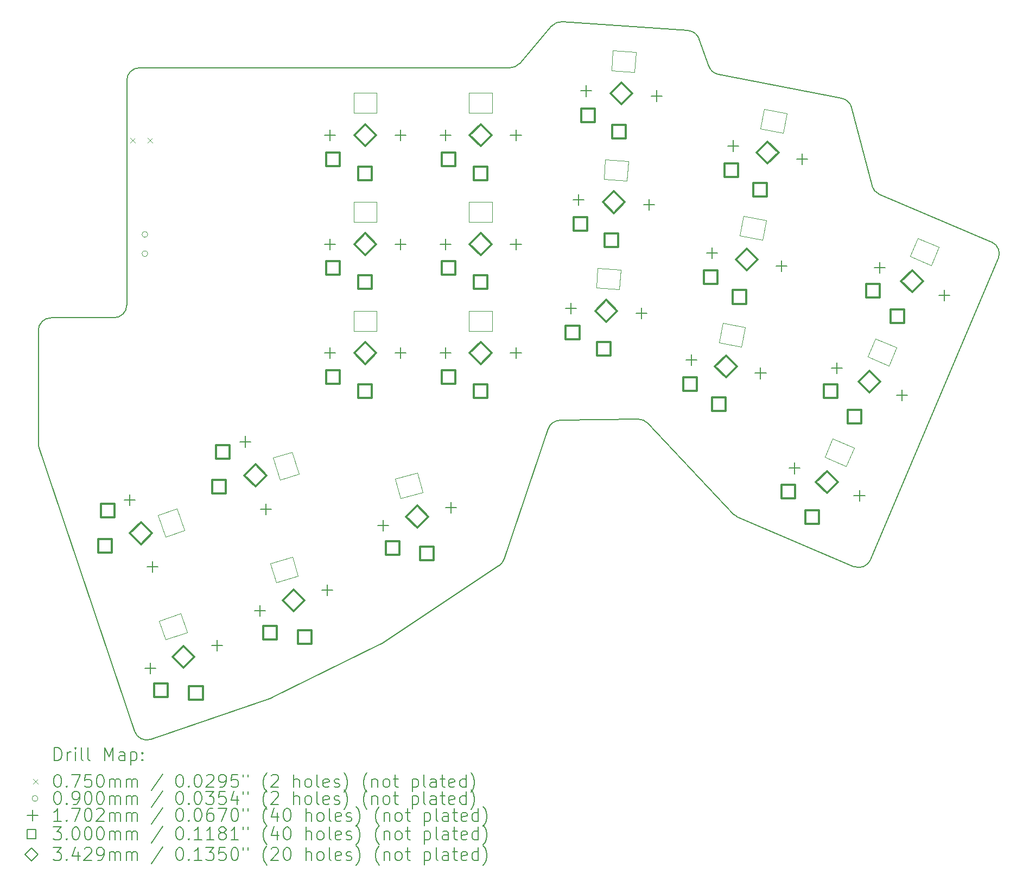
<source format=gbr>
%TF.GenerationSoftware,KiCad,Pcbnew,9.0.5*%
%TF.CreationDate,2025-11-08T17:13:50+10:00*%
%TF.ProjectId,badWingsRight,62616457-696e-4677-9352-696768742e6b,v1.0.0*%
%TF.SameCoordinates,Original*%
%TF.FileFunction,Drillmap*%
%TF.FilePolarity,Positive*%
%FSLAX45Y45*%
G04 Gerber Fmt 4.5, Leading zero omitted, Abs format (unit mm)*
G04 Created by KiCad (PCBNEW 9.0.5) date 2025-11-08 17:13:50*
%MOMM*%
%LPD*%
G01*
G04 APERTURE LIST*
%ADD10C,0.150000*%
%ADD11C,0.120000*%
%ADD12C,0.200000*%
%ADD13C,0.100000*%
%ADD14C,0.170180*%
%ADD15C,0.300000*%
%ADD16C,0.342900*%
G04 APERTURE END LIST*
D10*
X28168977Y-11924770D02*
X22390766Y-11924771D01*
X28818296Y-11276446D02*
X28320617Y-11855173D01*
X33794319Y-19597752D02*
X35787048Y-14903176D01*
X20821283Y-17855905D02*
G75*
G02*
X20810765Y-17791907I189547J64015D01*
G01*
X28076981Y-19589569D02*
X28765399Y-17558615D01*
X28320617Y-11855173D02*
G75*
G02*
X28168977Y-11924767I-151637J130403D01*
G01*
X30947401Y-11344638D02*
X28983887Y-11207337D01*
X30947401Y-11344638D02*
G75*
G02*
X31122062Y-11477634I-13961J-199522D01*
G01*
X22190767Y-12124772D02*
X22190769Y-15624771D01*
X20821283Y-17855905D02*
X22313553Y-22274073D01*
X33815334Y-13764105D02*
X33499658Y-12547824D01*
X24469318Y-21742895D02*
G75*
G02*
X24446220Y-21752504I-88249J179565D01*
G01*
X20810767Y-16024770D02*
G75*
G02*
X21010767Y-15824766I200004J0D01*
G01*
X31420786Y-12027862D02*
G75*
G02*
X31270337Y-11898053I38164J196322D01*
G01*
X35681091Y-14640929D02*
X33930772Y-13897963D01*
X33344235Y-12401742D02*
G75*
G02*
X33499659Y-12547823I-38155J-196318D01*
G01*
X28765399Y-17558615D02*
G75*
G02*
X28952080Y-17422842I189411J-64205D01*
G01*
X22568149Y-22399176D02*
X24446220Y-21752504D01*
X31729614Y-18938610D02*
X33532072Y-19703708D01*
X24469318Y-21742895D02*
X26141086Y-20921299D01*
X20810767Y-16024770D02*
X20810766Y-17791907D01*
X26163391Y-20908495D02*
G75*
G02*
X26141088Y-20921300I-110531J166695D01*
G01*
X33344235Y-12401742D02*
X31420786Y-12027862D01*
X22568149Y-22399176D02*
G75*
G02*
X22313556Y-22274071I-65109J189106D01*
G01*
X35681091Y-14640929D02*
G75*
G02*
X35787044Y-14903174I-78151J-184101D01*
G01*
X31270333Y-11898055D02*
X31122063Y-11477634D01*
X31729614Y-18938610D02*
G75*
G02*
X31662314Y-18891787I78106J184040D01*
G01*
X28818296Y-11276446D02*
G75*
G02*
X28983887Y-11207337I151644J-130414D01*
G01*
X22190767Y-12124772D02*
G75*
G02*
X22390766Y-11924767I200003J2D01*
G01*
X33794319Y-19597752D02*
G75*
G02*
X33532075Y-19703702I-184099J78152D01*
G01*
X30171095Y-17406168D02*
G75*
G02*
X30319273Y-17468869I2725J-200002D01*
G01*
X26163391Y-20908495D02*
X27998088Y-19692056D01*
X21990766Y-15824771D02*
X21010767Y-15824770D01*
X28076981Y-19589569D02*
G75*
G02*
X27998088Y-19692056I-189402J64189D01*
G01*
X22190769Y-15624771D02*
G75*
G02*
X21990766Y-15824769I-199999J1D01*
G01*
X33930772Y-13897963D02*
G75*
G02*
X33815333Y-13764105I78128J184083D01*
G01*
X30319274Y-17468868D02*
X31662315Y-18891786D01*
X28952080Y-17422837D02*
X30171095Y-17406168D01*
D11*
X32165147Y-14306764D02*
X32105995Y-14611067D01*
X31752609Y-14542375D01*
X31811761Y-14238072D01*
X32165147Y-14306764D01*
X23134029Y-20728947D02*
X22793642Y-20846152D01*
X22692716Y-20553042D01*
X23033103Y-20435837D01*
X23134029Y-20728947D01*
X34199746Y-16288062D02*
X34078619Y-16573418D01*
X33747238Y-16432753D01*
X33868365Y-16147397D01*
X34199746Y-16288062D01*
X26805339Y-18544937D02*
X26457607Y-18638112D01*
X26377373Y-18338676D01*
X26725105Y-18245501D01*
X26805339Y-18544937D01*
X29895906Y-15075379D02*
X29874281Y-15384622D01*
X29515159Y-15359510D01*
X29536783Y-15050266D01*
X29895906Y-15075379D01*
X27890766Y-15719772D02*
X27890766Y-16029770D01*
X27530766Y-16029770D01*
X27530766Y-15719772D01*
X27890766Y-15719772D01*
X34863991Y-14723203D02*
X34742864Y-15008559D01*
X34411483Y-14867895D01*
X34532610Y-14582539D01*
X34863991Y-14723203D01*
X26090768Y-14019771D02*
X26090768Y-14329769D01*
X25730768Y-14329769D01*
X25730768Y-14019770D01*
X26090768Y-14019771D01*
X26090765Y-12319772D02*
X26090765Y-12629770D01*
X25730766Y-12629770D01*
X25730766Y-12319771D01*
X26090765Y-12319772D01*
X23089913Y-19141845D02*
X22796803Y-19242771D01*
X22679597Y-18902384D01*
X22972707Y-18801458D01*
X23089913Y-19141845D01*
X27890766Y-12319771D02*
X27890766Y-12629770D01*
X27530766Y-12629769D01*
X27530766Y-12319771D01*
X27890766Y-12319771D01*
X26090767Y-15719771D02*
X26090767Y-16029770D01*
X25730767Y-16029769D01*
X25730767Y-15719771D01*
X26090767Y-15719771D01*
X30014492Y-13379520D02*
X29992867Y-13688764D01*
X29633744Y-13663651D01*
X29655369Y-13354408D01*
X30014492Y-13379520D01*
X24876295Y-18262875D02*
X24579842Y-18353510D01*
X24474588Y-18009240D01*
X24771041Y-17918605D01*
X24876295Y-18262875D01*
X30133077Y-11683662D02*
X30111452Y-11992905D01*
X29752329Y-11967793D01*
X29773954Y-11658549D01*
X30133077Y-11683662D01*
X31840770Y-15975529D02*
X31781619Y-16279832D01*
X31428233Y-16211139D01*
X31487384Y-15906837D01*
X31840770Y-15975529D01*
X27890768Y-14019771D02*
X27890768Y-14329770D01*
X27530768Y-14329769D01*
X27530768Y-14019771D01*
X27890768Y-14019771D01*
X33535504Y-17852919D02*
X33414377Y-18138275D01*
X33082996Y-17997611D01*
X33204123Y-17712255D01*
X33535504Y-17852919D01*
X32489522Y-12637997D02*
X32430371Y-12942300D01*
X32076985Y-12873608D01*
X32136136Y-12569305D01*
X32489522Y-12637997D01*
X24864992Y-19850552D02*
X24520723Y-19955806D01*
X24430087Y-19659352D01*
X24774357Y-19554098D01*
X24864992Y-19850552D01*
D12*
D13*
X22243767Y-13017270D02*
X22318767Y-13092270D01*
X22318767Y-13017270D02*
X22243767Y-13092270D01*
X22518766Y-13017270D02*
X22593766Y-13092270D01*
X22593766Y-13017270D02*
X22518766Y-13092270D01*
X22517768Y-14524771D02*
G75*
G02*
X22427768Y-14524771I-45000J0D01*
G01*
X22427768Y-14524771D02*
G75*
G02*
X22517768Y-14524771I45000J0D01*
G01*
X22517769Y-14824771D02*
G75*
G02*
X22427769Y-14824771I-45000J0D01*
G01*
X22427769Y-14824771D02*
G75*
G02*
X22517769Y-14824771I45000J0D01*
G01*
D14*
X22232932Y-18579774D02*
X22232932Y-18749954D01*
X22147842Y-18664864D02*
X22318022Y-18664864D01*
X22556118Y-21207728D02*
X22556118Y-21377908D01*
X22471028Y-21292818D02*
X22641208Y-21292818D01*
X22591056Y-19619844D02*
X22591056Y-19790024D01*
X22505966Y-19704934D02*
X22676146Y-19704934D01*
X23596189Y-20849604D02*
X23596189Y-21019784D01*
X23511099Y-20934694D02*
X23681279Y-20934694D01*
X24036485Y-17671185D02*
X24036485Y-17841365D01*
X23951395Y-17756275D02*
X24121575Y-17756275D01*
X24267760Y-20308820D02*
X24267760Y-20479000D01*
X24182670Y-20393910D02*
X24352850Y-20393910D01*
X24358094Y-18723120D02*
X24358094Y-18893300D01*
X24273004Y-18808210D02*
X24443184Y-18808210D01*
X25319695Y-19987211D02*
X25319695Y-20157391D01*
X25234605Y-20072301D02*
X25404785Y-20072301D01*
X25360767Y-16289682D02*
X25360767Y-16459862D01*
X25275677Y-16374772D02*
X25445857Y-16374772D01*
X25360768Y-12889679D02*
X25360768Y-13059859D01*
X25275678Y-12974769D02*
X25445858Y-12974769D01*
X25360769Y-14589679D02*
X25360769Y-14759859D01*
X25275679Y-14674769D02*
X25445859Y-14674769D01*
X26189508Y-18982031D02*
X26189508Y-19152211D01*
X26104418Y-19067121D02*
X26274598Y-19067121D01*
X26460767Y-16289682D02*
X26460767Y-16459862D01*
X26375677Y-16374772D02*
X26545857Y-16374772D01*
X26460768Y-12889679D02*
X26460768Y-13059859D01*
X26375678Y-12974769D02*
X26545858Y-12974769D01*
X26460769Y-14589679D02*
X26460769Y-14759859D01*
X26375679Y-14674769D02*
X26545859Y-14674769D01*
X27160766Y-16289680D02*
X27160766Y-16459860D01*
X27075676Y-16374770D02*
X27245856Y-16374770D01*
X27160766Y-12889682D02*
X27160766Y-13059862D01*
X27075676Y-12974772D02*
X27245856Y-12974772D01*
X27160766Y-14589680D02*
X27160766Y-14759860D01*
X27075676Y-14674770D02*
X27245856Y-14674770D01*
X27252027Y-18697331D02*
X27252027Y-18867511D01*
X27166937Y-18782421D02*
X27337117Y-18782421D01*
X28260766Y-16289680D02*
X28260766Y-16459860D01*
X28175676Y-16374770D02*
X28345856Y-16374770D01*
X28260766Y-12889682D02*
X28260766Y-13059862D01*
X28175676Y-12974772D02*
X28345856Y-12974772D01*
X28260766Y-14589680D02*
X28260766Y-14759860D01*
X28175676Y-14674770D02*
X28345856Y-14674770D01*
X29121993Y-15592770D02*
X29121993Y-15762950D01*
X29036903Y-15677860D02*
X29207083Y-15677860D01*
X29240578Y-13896912D02*
X29240578Y-14067092D01*
X29155488Y-13982002D02*
X29325668Y-13982002D01*
X29359165Y-12201054D02*
X29359165Y-12371234D01*
X29274075Y-12286144D02*
X29444255Y-12286144D01*
X30219313Y-15669503D02*
X30219313Y-15839683D01*
X30134223Y-15754593D02*
X30304403Y-15754593D01*
X30337898Y-13973644D02*
X30337898Y-14143824D01*
X30252808Y-14058734D02*
X30422988Y-14058734D01*
X30456486Y-12277786D02*
X30456486Y-12447966D01*
X30371396Y-12362876D02*
X30541576Y-12362876D01*
X30999202Y-16394116D02*
X30999202Y-16564296D01*
X30914112Y-16479206D02*
X31084292Y-16479206D01*
X31323577Y-14725349D02*
X31323577Y-14895529D01*
X31238487Y-14810439D02*
X31408667Y-14810439D01*
X31647954Y-13056583D02*
X31647954Y-13226763D01*
X31562864Y-13141673D02*
X31733044Y-13141673D01*
X32078992Y-16604004D02*
X32078992Y-16774184D01*
X31993902Y-16689094D02*
X32164082Y-16689094D01*
X32403367Y-14935237D02*
X32403367Y-15105417D01*
X32318277Y-15020327D02*
X32488457Y-15020327D01*
X32607608Y-18085527D02*
X32607608Y-18255707D01*
X32522518Y-18170617D02*
X32692698Y-18170617D01*
X32727744Y-13266471D02*
X32727744Y-13436651D01*
X32642654Y-13351561D02*
X32812834Y-13351561D01*
X33271850Y-16520668D02*
X33271850Y-16690848D01*
X33186760Y-16605758D02*
X33356940Y-16605758D01*
X33620164Y-18515329D02*
X33620164Y-18685509D01*
X33535074Y-18600419D02*
X33705254Y-18600419D01*
X33936093Y-14955809D02*
X33936093Y-15125989D01*
X33851003Y-15040899D02*
X34021183Y-15040899D01*
X34284406Y-16950470D02*
X34284406Y-17120650D01*
X34199316Y-17035560D02*
X34369496Y-17035560D01*
X34948649Y-15385611D02*
X34948649Y-15555791D01*
X34863559Y-15470701D02*
X35033739Y-15470701D01*
D15*
X21955477Y-19484679D02*
X21955477Y-19272545D01*
X21743343Y-19272545D01*
X21743343Y-19484679D01*
X21955477Y-19484679D01*
X22000708Y-18940295D02*
X22000708Y-18728161D01*
X21788574Y-18728161D01*
X21788574Y-18940295D01*
X22000708Y-18940295D01*
X22831549Y-21737176D02*
X22831549Y-21525042D01*
X22619415Y-21525042D01*
X22619415Y-21737176D01*
X22831549Y-21737176D01*
X23375933Y-21782407D02*
X23375933Y-21570273D01*
X23163799Y-21570273D01*
X23163799Y-21782407D01*
X23375933Y-21782407D01*
X23734354Y-18562270D02*
X23734354Y-18350136D01*
X23522220Y-18350136D01*
X23522220Y-18562270D01*
X23734354Y-18562270D01*
X23798556Y-18019796D02*
X23798556Y-17807662D01*
X23586422Y-17807662D01*
X23586422Y-18019796D01*
X23798556Y-18019796D01*
X24531282Y-20843973D02*
X24531282Y-20631839D01*
X24319148Y-20631839D01*
X24319148Y-20843973D01*
X24531282Y-20843973D01*
X25073756Y-20908175D02*
X25073756Y-20696041D01*
X24861622Y-20696041D01*
X24861622Y-20908175D01*
X25073756Y-20908175D01*
X25516834Y-16855839D02*
X25516834Y-16643705D01*
X25304700Y-16643705D01*
X25304700Y-16855839D01*
X25516834Y-16855839D01*
X25516835Y-13455836D02*
X25516835Y-13243702D01*
X25304701Y-13243702D01*
X25304701Y-13455836D01*
X25516835Y-13455836D01*
X25516836Y-15155836D02*
X25516836Y-14943702D01*
X25304702Y-14943702D01*
X25304702Y-15155836D01*
X25516836Y-15155836D01*
X26016834Y-17075840D02*
X26016834Y-16863706D01*
X25804700Y-16863706D01*
X25804700Y-17075840D01*
X26016834Y-17075840D01*
X26016835Y-13675837D02*
X26016835Y-13463703D01*
X25804701Y-13463703D01*
X25804701Y-13675837D01*
X26016835Y-13675837D01*
X26016835Y-15375837D02*
X26016835Y-15163703D01*
X25804701Y-15163703D01*
X25804701Y-15375837D01*
X26016835Y-15375837D01*
X26440928Y-19522470D02*
X26440928Y-19310336D01*
X26228794Y-19310336D01*
X26228794Y-19522470D01*
X26440928Y-19522470D01*
X26980832Y-19605565D02*
X26980832Y-19393431D01*
X26768698Y-19393431D01*
X26768698Y-19605565D01*
X26980832Y-19605565D01*
X27316833Y-16855837D02*
X27316833Y-16643703D01*
X27104699Y-16643703D01*
X27104699Y-16855837D01*
X27316833Y-16855837D01*
X27316833Y-13455839D02*
X27316833Y-13243705D01*
X27104699Y-13243705D01*
X27104699Y-13455839D01*
X27316833Y-13455839D01*
X27316833Y-15155837D02*
X27316833Y-14943703D01*
X27104699Y-14943703D01*
X27104699Y-15155837D01*
X27316833Y-15155837D01*
X27816832Y-17075838D02*
X27816832Y-16863704D01*
X27604698Y-16863704D01*
X27604698Y-17075838D01*
X27816832Y-17075838D01*
X27816833Y-13675840D02*
X27816833Y-13463706D01*
X27604699Y-13463706D01*
X27604699Y-13675840D01*
X27816833Y-13675840D01*
X27816833Y-15375838D02*
X27816833Y-15163704D01*
X27604699Y-15163704D01*
X27604699Y-15375838D01*
X27816833Y-15375838D01*
X29251779Y-16161502D02*
X29251779Y-15949368D01*
X29039645Y-15949368D01*
X29039645Y-16161502D01*
X29251779Y-16161502D01*
X29370364Y-14465644D02*
X29370364Y-14253510D01*
X29158230Y-14253510D01*
X29158230Y-14465644D01*
X29370364Y-14465644D01*
X29488952Y-12769785D02*
X29488952Y-12557651D01*
X29276818Y-12557651D01*
X29276818Y-12769785D01*
X29488952Y-12769785D01*
X29735215Y-16415845D02*
X29735215Y-16203711D01*
X29523081Y-16203711D01*
X29523081Y-16415845D01*
X29735215Y-16415845D01*
X29853799Y-14719987D02*
X29853799Y-14507853D01*
X29641665Y-14507853D01*
X29641665Y-14719987D01*
X29853799Y-14719987D01*
X29972387Y-13024128D02*
X29972387Y-12811994D01*
X29760253Y-12811994D01*
X29760253Y-13024128D01*
X29972387Y-13024128D01*
X31082797Y-16962923D02*
X31082797Y-16750788D01*
X30870663Y-16750788D01*
X30870663Y-16962923D01*
X31082797Y-16962923D01*
X31407172Y-15294156D02*
X31407172Y-15082022D01*
X31195038Y-15082022D01*
X31195038Y-15294156D01*
X31407172Y-15294156D01*
X31531633Y-17274286D02*
X31531633Y-17062152D01*
X31319499Y-17062152D01*
X31319499Y-17274286D01*
X31531633Y-17274286D01*
X31731549Y-13625389D02*
X31731549Y-13413255D01*
X31519415Y-13413255D01*
X31519415Y-13625389D01*
X31731549Y-13625389D01*
X31856008Y-15605520D02*
X31856008Y-15393386D01*
X31643874Y-15393386D01*
X31643874Y-15605520D01*
X31856008Y-15605520D01*
X32180385Y-13936753D02*
X32180385Y-13724619D01*
X31968251Y-13724619D01*
X31968251Y-13936753D01*
X32180385Y-13936753D01*
X32613176Y-18641409D02*
X32613176Y-18429275D01*
X32401042Y-18429275D01*
X32401042Y-18641409D01*
X32613176Y-18641409D01*
X32987468Y-19039285D02*
X32987468Y-18827151D01*
X32775334Y-18827151D01*
X32775334Y-19039285D01*
X32987468Y-19039285D01*
X33277419Y-17076550D02*
X33277419Y-16864416D01*
X33065285Y-16864416D01*
X33065285Y-17076550D01*
X33277419Y-17076550D01*
X33651710Y-17474427D02*
X33651710Y-17262293D01*
X33439576Y-17262293D01*
X33439576Y-17474427D01*
X33651710Y-17474427D01*
X33941662Y-15511690D02*
X33941662Y-15299556D01*
X33729528Y-15299556D01*
X33729528Y-15511690D01*
X33941662Y-15511690D01*
X34315953Y-15909567D02*
X34315953Y-15697433D01*
X34103819Y-15697433D01*
X34103819Y-15909567D01*
X34315953Y-15909567D01*
D16*
X22411994Y-19356349D02*
X22583444Y-19184899D01*
X22411994Y-19013449D01*
X22240544Y-19184899D01*
X22411994Y-19356349D01*
X23076153Y-21285206D02*
X23247603Y-21113756D01*
X23076153Y-20942306D01*
X22904703Y-21113756D01*
X23076153Y-21285206D01*
X24197289Y-18453692D02*
X24368739Y-18282242D01*
X24197289Y-18110792D01*
X24025839Y-18282242D01*
X24197289Y-18453692D01*
X24793728Y-20404556D02*
X24965178Y-20233106D01*
X24793728Y-20061656D01*
X24622278Y-20233106D01*
X24793728Y-20404556D01*
X25910767Y-16546222D02*
X26082217Y-16374772D01*
X25910767Y-16203322D01*
X25739317Y-16374772D01*
X25910767Y-16546222D01*
X25910768Y-13146219D02*
X26082218Y-12974769D01*
X25910768Y-12803319D01*
X25739318Y-12974769D01*
X25910768Y-13146219D01*
X25910769Y-14846219D02*
X26082219Y-14674769D01*
X25910769Y-14503319D01*
X25739319Y-14674769D01*
X25910769Y-14846219D01*
X26720767Y-19096221D02*
X26892217Y-18924771D01*
X26720767Y-18753321D01*
X26549317Y-18924771D01*
X26720767Y-19096221D01*
X27710766Y-16546220D02*
X27882216Y-16374770D01*
X27710766Y-16203320D01*
X27539316Y-16374770D01*
X27710766Y-16546220D01*
X27710766Y-13146222D02*
X27882216Y-12974772D01*
X27710766Y-12803322D01*
X27539316Y-12974772D01*
X27710766Y-13146222D01*
X27710766Y-14846220D02*
X27882216Y-14674770D01*
X27710766Y-14503320D01*
X27539316Y-14674770D01*
X27710766Y-14846220D01*
X29670653Y-15887676D02*
X29842103Y-15716226D01*
X29670653Y-15544776D01*
X29499203Y-15716226D01*
X29670653Y-15887676D01*
X29789238Y-14191818D02*
X29960688Y-14020368D01*
X29789238Y-13848918D01*
X29617788Y-14020368D01*
X29789238Y-14191818D01*
X29907826Y-12495960D02*
X30079276Y-12324510D01*
X29907826Y-12153060D01*
X29736376Y-12324510D01*
X29907826Y-12495960D01*
X31539097Y-16755600D02*
X31710547Y-16584150D01*
X31539097Y-16412700D01*
X31367647Y-16584150D01*
X31539097Y-16755600D01*
X31863472Y-15086833D02*
X32034922Y-14915383D01*
X31863472Y-14743933D01*
X31692022Y-14915383D01*
X31863472Y-15086833D01*
X32187849Y-13418067D02*
X32359299Y-13246617D01*
X32187849Y-13075167D01*
X32016399Y-13246617D01*
X32187849Y-13418067D01*
X33113886Y-18556968D02*
X33285336Y-18385518D01*
X33113886Y-18214068D01*
X32942436Y-18385518D01*
X33113886Y-18556968D01*
X33778128Y-16992109D02*
X33949578Y-16820659D01*
X33778128Y-16649209D01*
X33606678Y-16820659D01*
X33778128Y-16992109D01*
X34442371Y-15427250D02*
X34613821Y-15255800D01*
X34442371Y-15084350D01*
X34270921Y-15255800D01*
X34442371Y-15427250D01*
D12*
X21064043Y-22729055D02*
X21064043Y-22529055D01*
X21064043Y-22529055D02*
X21111662Y-22529055D01*
X21111662Y-22529055D02*
X21140234Y-22538578D01*
X21140234Y-22538578D02*
X21159281Y-22557626D01*
X21159281Y-22557626D02*
X21168805Y-22576674D01*
X21168805Y-22576674D02*
X21178329Y-22614769D01*
X21178329Y-22614769D02*
X21178329Y-22643340D01*
X21178329Y-22643340D02*
X21168805Y-22681435D01*
X21168805Y-22681435D02*
X21159281Y-22700483D01*
X21159281Y-22700483D02*
X21140234Y-22719531D01*
X21140234Y-22719531D02*
X21111662Y-22729055D01*
X21111662Y-22729055D02*
X21064043Y-22729055D01*
X21264043Y-22729055D02*
X21264043Y-22595721D01*
X21264043Y-22633816D02*
X21273567Y-22614769D01*
X21273567Y-22614769D02*
X21283091Y-22605245D01*
X21283091Y-22605245D02*
X21302138Y-22595721D01*
X21302138Y-22595721D02*
X21321186Y-22595721D01*
X21387853Y-22729055D02*
X21387853Y-22595721D01*
X21387853Y-22529055D02*
X21378329Y-22538578D01*
X21378329Y-22538578D02*
X21387853Y-22548102D01*
X21387853Y-22548102D02*
X21397376Y-22538578D01*
X21397376Y-22538578D02*
X21387853Y-22529055D01*
X21387853Y-22529055D02*
X21387853Y-22548102D01*
X21511662Y-22729055D02*
X21492615Y-22719531D01*
X21492615Y-22719531D02*
X21483091Y-22700483D01*
X21483091Y-22700483D02*
X21483091Y-22529055D01*
X21616424Y-22729055D02*
X21597376Y-22719531D01*
X21597376Y-22719531D02*
X21587853Y-22700483D01*
X21587853Y-22700483D02*
X21587853Y-22529055D01*
X21844996Y-22729055D02*
X21844996Y-22529055D01*
X21844996Y-22529055D02*
X21911662Y-22671912D01*
X21911662Y-22671912D02*
X21978329Y-22529055D01*
X21978329Y-22529055D02*
X21978329Y-22729055D01*
X22159281Y-22729055D02*
X22159281Y-22624293D01*
X22159281Y-22624293D02*
X22149757Y-22605245D01*
X22149757Y-22605245D02*
X22130710Y-22595721D01*
X22130710Y-22595721D02*
X22092615Y-22595721D01*
X22092615Y-22595721D02*
X22073567Y-22605245D01*
X22159281Y-22719531D02*
X22140234Y-22729055D01*
X22140234Y-22729055D02*
X22092615Y-22729055D01*
X22092615Y-22729055D02*
X22073567Y-22719531D01*
X22073567Y-22719531D02*
X22064043Y-22700483D01*
X22064043Y-22700483D02*
X22064043Y-22681435D01*
X22064043Y-22681435D02*
X22073567Y-22662388D01*
X22073567Y-22662388D02*
X22092615Y-22652864D01*
X22092615Y-22652864D02*
X22140234Y-22652864D01*
X22140234Y-22652864D02*
X22159281Y-22643340D01*
X22254519Y-22595721D02*
X22254519Y-22795721D01*
X22254519Y-22605245D02*
X22273567Y-22595721D01*
X22273567Y-22595721D02*
X22311662Y-22595721D01*
X22311662Y-22595721D02*
X22330710Y-22605245D01*
X22330710Y-22605245D02*
X22340234Y-22614769D01*
X22340234Y-22614769D02*
X22349757Y-22633816D01*
X22349757Y-22633816D02*
X22349757Y-22690959D01*
X22349757Y-22690959D02*
X22340234Y-22710007D01*
X22340234Y-22710007D02*
X22330710Y-22719531D01*
X22330710Y-22719531D02*
X22311662Y-22729055D01*
X22311662Y-22729055D02*
X22273567Y-22729055D01*
X22273567Y-22729055D02*
X22254519Y-22719531D01*
X22435472Y-22710007D02*
X22444995Y-22719531D01*
X22444995Y-22719531D02*
X22435472Y-22729055D01*
X22435472Y-22729055D02*
X22425948Y-22719531D01*
X22425948Y-22719531D02*
X22435472Y-22710007D01*
X22435472Y-22710007D02*
X22435472Y-22729055D01*
X22435472Y-22605245D02*
X22444995Y-22614769D01*
X22444995Y-22614769D02*
X22435472Y-22624293D01*
X22435472Y-22624293D02*
X22425948Y-22614769D01*
X22425948Y-22614769D02*
X22435472Y-22605245D01*
X22435472Y-22605245D02*
X22435472Y-22624293D01*
D13*
X20728266Y-23020071D02*
X20803266Y-23095071D01*
X20803266Y-23020071D02*
X20728266Y-23095071D01*
D12*
X21102138Y-22949055D02*
X21121186Y-22949055D01*
X21121186Y-22949055D02*
X21140234Y-22958578D01*
X21140234Y-22958578D02*
X21149757Y-22968102D01*
X21149757Y-22968102D02*
X21159281Y-22987150D01*
X21159281Y-22987150D02*
X21168805Y-23025245D01*
X21168805Y-23025245D02*
X21168805Y-23072864D01*
X21168805Y-23072864D02*
X21159281Y-23110959D01*
X21159281Y-23110959D02*
X21149757Y-23130007D01*
X21149757Y-23130007D02*
X21140234Y-23139531D01*
X21140234Y-23139531D02*
X21121186Y-23149055D01*
X21121186Y-23149055D02*
X21102138Y-23149055D01*
X21102138Y-23149055D02*
X21083091Y-23139531D01*
X21083091Y-23139531D02*
X21073567Y-23130007D01*
X21073567Y-23130007D02*
X21064043Y-23110959D01*
X21064043Y-23110959D02*
X21054519Y-23072864D01*
X21054519Y-23072864D02*
X21054519Y-23025245D01*
X21054519Y-23025245D02*
X21064043Y-22987150D01*
X21064043Y-22987150D02*
X21073567Y-22968102D01*
X21073567Y-22968102D02*
X21083091Y-22958578D01*
X21083091Y-22958578D02*
X21102138Y-22949055D01*
X21254519Y-23130007D02*
X21264043Y-23139531D01*
X21264043Y-23139531D02*
X21254519Y-23149055D01*
X21254519Y-23149055D02*
X21244996Y-23139531D01*
X21244996Y-23139531D02*
X21254519Y-23130007D01*
X21254519Y-23130007D02*
X21254519Y-23149055D01*
X21330710Y-22949055D02*
X21464043Y-22949055D01*
X21464043Y-22949055D02*
X21378329Y-23149055D01*
X21635472Y-22949055D02*
X21540234Y-22949055D01*
X21540234Y-22949055D02*
X21530710Y-23044293D01*
X21530710Y-23044293D02*
X21540234Y-23034769D01*
X21540234Y-23034769D02*
X21559281Y-23025245D01*
X21559281Y-23025245D02*
X21606900Y-23025245D01*
X21606900Y-23025245D02*
X21625948Y-23034769D01*
X21625948Y-23034769D02*
X21635472Y-23044293D01*
X21635472Y-23044293D02*
X21644996Y-23063340D01*
X21644996Y-23063340D02*
X21644996Y-23110959D01*
X21644996Y-23110959D02*
X21635472Y-23130007D01*
X21635472Y-23130007D02*
X21625948Y-23139531D01*
X21625948Y-23139531D02*
X21606900Y-23149055D01*
X21606900Y-23149055D02*
X21559281Y-23149055D01*
X21559281Y-23149055D02*
X21540234Y-23139531D01*
X21540234Y-23139531D02*
X21530710Y-23130007D01*
X21768805Y-22949055D02*
X21787853Y-22949055D01*
X21787853Y-22949055D02*
X21806900Y-22958578D01*
X21806900Y-22958578D02*
X21816424Y-22968102D01*
X21816424Y-22968102D02*
X21825948Y-22987150D01*
X21825948Y-22987150D02*
X21835472Y-23025245D01*
X21835472Y-23025245D02*
X21835472Y-23072864D01*
X21835472Y-23072864D02*
X21825948Y-23110959D01*
X21825948Y-23110959D02*
X21816424Y-23130007D01*
X21816424Y-23130007D02*
X21806900Y-23139531D01*
X21806900Y-23139531D02*
X21787853Y-23149055D01*
X21787853Y-23149055D02*
X21768805Y-23149055D01*
X21768805Y-23149055D02*
X21749757Y-23139531D01*
X21749757Y-23139531D02*
X21740234Y-23130007D01*
X21740234Y-23130007D02*
X21730710Y-23110959D01*
X21730710Y-23110959D02*
X21721186Y-23072864D01*
X21721186Y-23072864D02*
X21721186Y-23025245D01*
X21721186Y-23025245D02*
X21730710Y-22987150D01*
X21730710Y-22987150D02*
X21740234Y-22968102D01*
X21740234Y-22968102D02*
X21749757Y-22958578D01*
X21749757Y-22958578D02*
X21768805Y-22949055D01*
X21921186Y-23149055D02*
X21921186Y-23015721D01*
X21921186Y-23034769D02*
X21930710Y-23025245D01*
X21930710Y-23025245D02*
X21949757Y-23015721D01*
X21949757Y-23015721D02*
X21978329Y-23015721D01*
X21978329Y-23015721D02*
X21997377Y-23025245D01*
X21997377Y-23025245D02*
X22006900Y-23044293D01*
X22006900Y-23044293D02*
X22006900Y-23149055D01*
X22006900Y-23044293D02*
X22016424Y-23025245D01*
X22016424Y-23025245D02*
X22035472Y-23015721D01*
X22035472Y-23015721D02*
X22064043Y-23015721D01*
X22064043Y-23015721D02*
X22083091Y-23025245D01*
X22083091Y-23025245D02*
X22092615Y-23044293D01*
X22092615Y-23044293D02*
X22092615Y-23149055D01*
X22187853Y-23149055D02*
X22187853Y-23015721D01*
X22187853Y-23034769D02*
X22197377Y-23025245D01*
X22197377Y-23025245D02*
X22216424Y-23015721D01*
X22216424Y-23015721D02*
X22244996Y-23015721D01*
X22244996Y-23015721D02*
X22264043Y-23025245D01*
X22264043Y-23025245D02*
X22273567Y-23044293D01*
X22273567Y-23044293D02*
X22273567Y-23149055D01*
X22273567Y-23044293D02*
X22283091Y-23025245D01*
X22283091Y-23025245D02*
X22302138Y-23015721D01*
X22302138Y-23015721D02*
X22330710Y-23015721D01*
X22330710Y-23015721D02*
X22349758Y-23025245D01*
X22349758Y-23025245D02*
X22359281Y-23044293D01*
X22359281Y-23044293D02*
X22359281Y-23149055D01*
X22749757Y-22939531D02*
X22578329Y-23196674D01*
X23006900Y-22949055D02*
X23025948Y-22949055D01*
X23025948Y-22949055D02*
X23044996Y-22958578D01*
X23044996Y-22958578D02*
X23054519Y-22968102D01*
X23054519Y-22968102D02*
X23064043Y-22987150D01*
X23064043Y-22987150D02*
X23073567Y-23025245D01*
X23073567Y-23025245D02*
X23073567Y-23072864D01*
X23073567Y-23072864D02*
X23064043Y-23110959D01*
X23064043Y-23110959D02*
X23054519Y-23130007D01*
X23054519Y-23130007D02*
X23044996Y-23139531D01*
X23044996Y-23139531D02*
X23025948Y-23149055D01*
X23025948Y-23149055D02*
X23006900Y-23149055D01*
X23006900Y-23149055D02*
X22987853Y-23139531D01*
X22987853Y-23139531D02*
X22978329Y-23130007D01*
X22978329Y-23130007D02*
X22968805Y-23110959D01*
X22968805Y-23110959D02*
X22959281Y-23072864D01*
X22959281Y-23072864D02*
X22959281Y-23025245D01*
X22959281Y-23025245D02*
X22968805Y-22987150D01*
X22968805Y-22987150D02*
X22978329Y-22968102D01*
X22978329Y-22968102D02*
X22987853Y-22958578D01*
X22987853Y-22958578D02*
X23006900Y-22949055D01*
X23159281Y-23130007D02*
X23168805Y-23139531D01*
X23168805Y-23139531D02*
X23159281Y-23149055D01*
X23159281Y-23149055D02*
X23149758Y-23139531D01*
X23149758Y-23139531D02*
X23159281Y-23130007D01*
X23159281Y-23130007D02*
X23159281Y-23149055D01*
X23292615Y-22949055D02*
X23311662Y-22949055D01*
X23311662Y-22949055D02*
X23330710Y-22958578D01*
X23330710Y-22958578D02*
X23340234Y-22968102D01*
X23340234Y-22968102D02*
X23349758Y-22987150D01*
X23349758Y-22987150D02*
X23359281Y-23025245D01*
X23359281Y-23025245D02*
X23359281Y-23072864D01*
X23359281Y-23072864D02*
X23349758Y-23110959D01*
X23349758Y-23110959D02*
X23340234Y-23130007D01*
X23340234Y-23130007D02*
X23330710Y-23139531D01*
X23330710Y-23139531D02*
X23311662Y-23149055D01*
X23311662Y-23149055D02*
X23292615Y-23149055D01*
X23292615Y-23149055D02*
X23273567Y-23139531D01*
X23273567Y-23139531D02*
X23264043Y-23130007D01*
X23264043Y-23130007D02*
X23254519Y-23110959D01*
X23254519Y-23110959D02*
X23244996Y-23072864D01*
X23244996Y-23072864D02*
X23244996Y-23025245D01*
X23244996Y-23025245D02*
X23254519Y-22987150D01*
X23254519Y-22987150D02*
X23264043Y-22968102D01*
X23264043Y-22968102D02*
X23273567Y-22958578D01*
X23273567Y-22958578D02*
X23292615Y-22949055D01*
X23435472Y-22968102D02*
X23444996Y-22958578D01*
X23444996Y-22958578D02*
X23464043Y-22949055D01*
X23464043Y-22949055D02*
X23511662Y-22949055D01*
X23511662Y-22949055D02*
X23530710Y-22958578D01*
X23530710Y-22958578D02*
X23540234Y-22968102D01*
X23540234Y-22968102D02*
X23549758Y-22987150D01*
X23549758Y-22987150D02*
X23549758Y-23006197D01*
X23549758Y-23006197D02*
X23540234Y-23034769D01*
X23540234Y-23034769D02*
X23425948Y-23149055D01*
X23425948Y-23149055D02*
X23549758Y-23149055D01*
X23644996Y-23149055D02*
X23683091Y-23149055D01*
X23683091Y-23149055D02*
X23702139Y-23139531D01*
X23702139Y-23139531D02*
X23711662Y-23130007D01*
X23711662Y-23130007D02*
X23730710Y-23101435D01*
X23730710Y-23101435D02*
X23740234Y-23063340D01*
X23740234Y-23063340D02*
X23740234Y-22987150D01*
X23740234Y-22987150D02*
X23730710Y-22968102D01*
X23730710Y-22968102D02*
X23721186Y-22958578D01*
X23721186Y-22958578D02*
X23702139Y-22949055D01*
X23702139Y-22949055D02*
X23664043Y-22949055D01*
X23664043Y-22949055D02*
X23644996Y-22958578D01*
X23644996Y-22958578D02*
X23635472Y-22968102D01*
X23635472Y-22968102D02*
X23625948Y-22987150D01*
X23625948Y-22987150D02*
X23625948Y-23034769D01*
X23625948Y-23034769D02*
X23635472Y-23053816D01*
X23635472Y-23053816D02*
X23644996Y-23063340D01*
X23644996Y-23063340D02*
X23664043Y-23072864D01*
X23664043Y-23072864D02*
X23702139Y-23072864D01*
X23702139Y-23072864D02*
X23721186Y-23063340D01*
X23721186Y-23063340D02*
X23730710Y-23053816D01*
X23730710Y-23053816D02*
X23740234Y-23034769D01*
X23921186Y-22949055D02*
X23825948Y-22949055D01*
X23825948Y-22949055D02*
X23816424Y-23044293D01*
X23816424Y-23044293D02*
X23825948Y-23034769D01*
X23825948Y-23034769D02*
X23844996Y-23025245D01*
X23844996Y-23025245D02*
X23892615Y-23025245D01*
X23892615Y-23025245D02*
X23911662Y-23034769D01*
X23911662Y-23034769D02*
X23921186Y-23044293D01*
X23921186Y-23044293D02*
X23930710Y-23063340D01*
X23930710Y-23063340D02*
X23930710Y-23110959D01*
X23930710Y-23110959D02*
X23921186Y-23130007D01*
X23921186Y-23130007D02*
X23911662Y-23139531D01*
X23911662Y-23139531D02*
X23892615Y-23149055D01*
X23892615Y-23149055D02*
X23844996Y-23149055D01*
X23844996Y-23149055D02*
X23825948Y-23139531D01*
X23825948Y-23139531D02*
X23816424Y-23130007D01*
X24006900Y-22949055D02*
X24006900Y-22987150D01*
X24083091Y-22949055D02*
X24083091Y-22987150D01*
X24378329Y-23225245D02*
X24368805Y-23215721D01*
X24368805Y-23215721D02*
X24349758Y-23187150D01*
X24349758Y-23187150D02*
X24340234Y-23168102D01*
X24340234Y-23168102D02*
X24330710Y-23139531D01*
X24330710Y-23139531D02*
X24321186Y-23091912D01*
X24321186Y-23091912D02*
X24321186Y-23053816D01*
X24321186Y-23053816D02*
X24330710Y-23006197D01*
X24330710Y-23006197D02*
X24340234Y-22977626D01*
X24340234Y-22977626D02*
X24349758Y-22958578D01*
X24349758Y-22958578D02*
X24368805Y-22930007D01*
X24368805Y-22930007D02*
X24378329Y-22920483D01*
X24444996Y-22968102D02*
X24454520Y-22958578D01*
X24454520Y-22958578D02*
X24473567Y-22949055D01*
X24473567Y-22949055D02*
X24521186Y-22949055D01*
X24521186Y-22949055D02*
X24540234Y-22958578D01*
X24540234Y-22958578D02*
X24549758Y-22968102D01*
X24549758Y-22968102D02*
X24559281Y-22987150D01*
X24559281Y-22987150D02*
X24559281Y-23006197D01*
X24559281Y-23006197D02*
X24549758Y-23034769D01*
X24549758Y-23034769D02*
X24435472Y-23149055D01*
X24435472Y-23149055D02*
X24559281Y-23149055D01*
X24797377Y-23149055D02*
X24797377Y-22949055D01*
X24883091Y-23149055D02*
X24883091Y-23044293D01*
X24883091Y-23044293D02*
X24873567Y-23025245D01*
X24873567Y-23025245D02*
X24854520Y-23015721D01*
X24854520Y-23015721D02*
X24825948Y-23015721D01*
X24825948Y-23015721D02*
X24806901Y-23025245D01*
X24806901Y-23025245D02*
X24797377Y-23034769D01*
X25006901Y-23149055D02*
X24987853Y-23139531D01*
X24987853Y-23139531D02*
X24978329Y-23130007D01*
X24978329Y-23130007D02*
X24968805Y-23110959D01*
X24968805Y-23110959D02*
X24968805Y-23053816D01*
X24968805Y-23053816D02*
X24978329Y-23034769D01*
X24978329Y-23034769D02*
X24987853Y-23025245D01*
X24987853Y-23025245D02*
X25006901Y-23015721D01*
X25006901Y-23015721D02*
X25035472Y-23015721D01*
X25035472Y-23015721D02*
X25054520Y-23025245D01*
X25054520Y-23025245D02*
X25064043Y-23034769D01*
X25064043Y-23034769D02*
X25073567Y-23053816D01*
X25073567Y-23053816D02*
X25073567Y-23110959D01*
X25073567Y-23110959D02*
X25064043Y-23130007D01*
X25064043Y-23130007D02*
X25054520Y-23139531D01*
X25054520Y-23139531D02*
X25035472Y-23149055D01*
X25035472Y-23149055D02*
X25006901Y-23149055D01*
X25187853Y-23149055D02*
X25168805Y-23139531D01*
X25168805Y-23139531D02*
X25159282Y-23120483D01*
X25159282Y-23120483D02*
X25159282Y-22949055D01*
X25340234Y-23139531D02*
X25321186Y-23149055D01*
X25321186Y-23149055D02*
X25283091Y-23149055D01*
X25283091Y-23149055D02*
X25264043Y-23139531D01*
X25264043Y-23139531D02*
X25254520Y-23120483D01*
X25254520Y-23120483D02*
X25254520Y-23044293D01*
X25254520Y-23044293D02*
X25264043Y-23025245D01*
X25264043Y-23025245D02*
X25283091Y-23015721D01*
X25283091Y-23015721D02*
X25321186Y-23015721D01*
X25321186Y-23015721D02*
X25340234Y-23025245D01*
X25340234Y-23025245D02*
X25349758Y-23044293D01*
X25349758Y-23044293D02*
X25349758Y-23063340D01*
X25349758Y-23063340D02*
X25254520Y-23082388D01*
X25425948Y-23139531D02*
X25444996Y-23149055D01*
X25444996Y-23149055D02*
X25483091Y-23149055D01*
X25483091Y-23149055D02*
X25502139Y-23139531D01*
X25502139Y-23139531D02*
X25511663Y-23120483D01*
X25511663Y-23120483D02*
X25511663Y-23110959D01*
X25511663Y-23110959D02*
X25502139Y-23091912D01*
X25502139Y-23091912D02*
X25483091Y-23082388D01*
X25483091Y-23082388D02*
X25454520Y-23082388D01*
X25454520Y-23082388D02*
X25435472Y-23072864D01*
X25435472Y-23072864D02*
X25425948Y-23053816D01*
X25425948Y-23053816D02*
X25425948Y-23044293D01*
X25425948Y-23044293D02*
X25435472Y-23025245D01*
X25435472Y-23025245D02*
X25454520Y-23015721D01*
X25454520Y-23015721D02*
X25483091Y-23015721D01*
X25483091Y-23015721D02*
X25502139Y-23025245D01*
X25578329Y-23225245D02*
X25587853Y-23215721D01*
X25587853Y-23215721D02*
X25606901Y-23187150D01*
X25606901Y-23187150D02*
X25616424Y-23168102D01*
X25616424Y-23168102D02*
X25625948Y-23139531D01*
X25625948Y-23139531D02*
X25635472Y-23091912D01*
X25635472Y-23091912D02*
X25635472Y-23053816D01*
X25635472Y-23053816D02*
X25625948Y-23006197D01*
X25625948Y-23006197D02*
X25616424Y-22977626D01*
X25616424Y-22977626D02*
X25606901Y-22958578D01*
X25606901Y-22958578D02*
X25587853Y-22930007D01*
X25587853Y-22930007D02*
X25578329Y-22920483D01*
X25940234Y-23225245D02*
X25930710Y-23215721D01*
X25930710Y-23215721D02*
X25911663Y-23187150D01*
X25911663Y-23187150D02*
X25902139Y-23168102D01*
X25902139Y-23168102D02*
X25892615Y-23139531D01*
X25892615Y-23139531D02*
X25883091Y-23091912D01*
X25883091Y-23091912D02*
X25883091Y-23053816D01*
X25883091Y-23053816D02*
X25892615Y-23006197D01*
X25892615Y-23006197D02*
X25902139Y-22977626D01*
X25902139Y-22977626D02*
X25911663Y-22958578D01*
X25911663Y-22958578D02*
X25930710Y-22930007D01*
X25930710Y-22930007D02*
X25940234Y-22920483D01*
X26016424Y-23015721D02*
X26016424Y-23149055D01*
X26016424Y-23034769D02*
X26025948Y-23025245D01*
X26025948Y-23025245D02*
X26044996Y-23015721D01*
X26044996Y-23015721D02*
X26073567Y-23015721D01*
X26073567Y-23015721D02*
X26092615Y-23025245D01*
X26092615Y-23025245D02*
X26102139Y-23044293D01*
X26102139Y-23044293D02*
X26102139Y-23149055D01*
X26225948Y-23149055D02*
X26206901Y-23139531D01*
X26206901Y-23139531D02*
X26197377Y-23130007D01*
X26197377Y-23130007D02*
X26187853Y-23110959D01*
X26187853Y-23110959D02*
X26187853Y-23053816D01*
X26187853Y-23053816D02*
X26197377Y-23034769D01*
X26197377Y-23034769D02*
X26206901Y-23025245D01*
X26206901Y-23025245D02*
X26225948Y-23015721D01*
X26225948Y-23015721D02*
X26254520Y-23015721D01*
X26254520Y-23015721D02*
X26273567Y-23025245D01*
X26273567Y-23025245D02*
X26283091Y-23034769D01*
X26283091Y-23034769D02*
X26292615Y-23053816D01*
X26292615Y-23053816D02*
X26292615Y-23110959D01*
X26292615Y-23110959D02*
X26283091Y-23130007D01*
X26283091Y-23130007D02*
X26273567Y-23139531D01*
X26273567Y-23139531D02*
X26254520Y-23149055D01*
X26254520Y-23149055D02*
X26225948Y-23149055D01*
X26349758Y-23015721D02*
X26425948Y-23015721D01*
X26378329Y-22949055D02*
X26378329Y-23120483D01*
X26378329Y-23120483D02*
X26387853Y-23139531D01*
X26387853Y-23139531D02*
X26406901Y-23149055D01*
X26406901Y-23149055D02*
X26425948Y-23149055D01*
X26644996Y-23015721D02*
X26644996Y-23215721D01*
X26644996Y-23025245D02*
X26664044Y-23015721D01*
X26664044Y-23015721D02*
X26702139Y-23015721D01*
X26702139Y-23015721D02*
X26721186Y-23025245D01*
X26721186Y-23025245D02*
X26730710Y-23034769D01*
X26730710Y-23034769D02*
X26740234Y-23053816D01*
X26740234Y-23053816D02*
X26740234Y-23110959D01*
X26740234Y-23110959D02*
X26730710Y-23130007D01*
X26730710Y-23130007D02*
X26721186Y-23139531D01*
X26721186Y-23139531D02*
X26702139Y-23149055D01*
X26702139Y-23149055D02*
X26664044Y-23149055D01*
X26664044Y-23149055D02*
X26644996Y-23139531D01*
X26854520Y-23149055D02*
X26835472Y-23139531D01*
X26835472Y-23139531D02*
X26825948Y-23120483D01*
X26825948Y-23120483D02*
X26825948Y-22949055D01*
X27016425Y-23149055D02*
X27016425Y-23044293D01*
X27016425Y-23044293D02*
X27006901Y-23025245D01*
X27006901Y-23025245D02*
X26987853Y-23015721D01*
X26987853Y-23015721D02*
X26949758Y-23015721D01*
X26949758Y-23015721D02*
X26930710Y-23025245D01*
X27016425Y-23139531D02*
X26997377Y-23149055D01*
X26997377Y-23149055D02*
X26949758Y-23149055D01*
X26949758Y-23149055D02*
X26930710Y-23139531D01*
X26930710Y-23139531D02*
X26921186Y-23120483D01*
X26921186Y-23120483D02*
X26921186Y-23101435D01*
X26921186Y-23101435D02*
X26930710Y-23082388D01*
X26930710Y-23082388D02*
X26949758Y-23072864D01*
X26949758Y-23072864D02*
X26997377Y-23072864D01*
X26997377Y-23072864D02*
X27016425Y-23063340D01*
X27083091Y-23015721D02*
X27159282Y-23015721D01*
X27111663Y-22949055D02*
X27111663Y-23120483D01*
X27111663Y-23120483D02*
X27121186Y-23139531D01*
X27121186Y-23139531D02*
X27140234Y-23149055D01*
X27140234Y-23149055D02*
X27159282Y-23149055D01*
X27302139Y-23139531D02*
X27283091Y-23149055D01*
X27283091Y-23149055D02*
X27244996Y-23149055D01*
X27244996Y-23149055D02*
X27225948Y-23139531D01*
X27225948Y-23139531D02*
X27216425Y-23120483D01*
X27216425Y-23120483D02*
X27216425Y-23044293D01*
X27216425Y-23044293D02*
X27225948Y-23025245D01*
X27225948Y-23025245D02*
X27244996Y-23015721D01*
X27244996Y-23015721D02*
X27283091Y-23015721D01*
X27283091Y-23015721D02*
X27302139Y-23025245D01*
X27302139Y-23025245D02*
X27311663Y-23044293D01*
X27311663Y-23044293D02*
X27311663Y-23063340D01*
X27311663Y-23063340D02*
X27216425Y-23082388D01*
X27483091Y-23149055D02*
X27483091Y-22949055D01*
X27483091Y-23139531D02*
X27464044Y-23149055D01*
X27464044Y-23149055D02*
X27425948Y-23149055D01*
X27425948Y-23149055D02*
X27406901Y-23139531D01*
X27406901Y-23139531D02*
X27397377Y-23130007D01*
X27397377Y-23130007D02*
X27387853Y-23110959D01*
X27387853Y-23110959D02*
X27387853Y-23053816D01*
X27387853Y-23053816D02*
X27397377Y-23034769D01*
X27397377Y-23034769D02*
X27406901Y-23025245D01*
X27406901Y-23025245D02*
X27425948Y-23015721D01*
X27425948Y-23015721D02*
X27464044Y-23015721D01*
X27464044Y-23015721D02*
X27483091Y-23025245D01*
X27559282Y-23225245D02*
X27568806Y-23215721D01*
X27568806Y-23215721D02*
X27587853Y-23187150D01*
X27587853Y-23187150D02*
X27597377Y-23168102D01*
X27597377Y-23168102D02*
X27606901Y-23139531D01*
X27606901Y-23139531D02*
X27616425Y-23091912D01*
X27616425Y-23091912D02*
X27616425Y-23053816D01*
X27616425Y-23053816D02*
X27606901Y-23006197D01*
X27606901Y-23006197D02*
X27597377Y-22977626D01*
X27597377Y-22977626D02*
X27587853Y-22958578D01*
X27587853Y-22958578D02*
X27568806Y-22930007D01*
X27568806Y-22930007D02*
X27559282Y-22920483D01*
D13*
X20803266Y-23321571D02*
G75*
G02*
X20713266Y-23321571I-45000J0D01*
G01*
X20713266Y-23321571D02*
G75*
G02*
X20803266Y-23321571I45000J0D01*
G01*
D12*
X21102138Y-23213055D02*
X21121186Y-23213055D01*
X21121186Y-23213055D02*
X21140234Y-23222578D01*
X21140234Y-23222578D02*
X21149757Y-23232102D01*
X21149757Y-23232102D02*
X21159281Y-23251150D01*
X21159281Y-23251150D02*
X21168805Y-23289245D01*
X21168805Y-23289245D02*
X21168805Y-23336864D01*
X21168805Y-23336864D02*
X21159281Y-23374959D01*
X21159281Y-23374959D02*
X21149757Y-23394007D01*
X21149757Y-23394007D02*
X21140234Y-23403531D01*
X21140234Y-23403531D02*
X21121186Y-23413055D01*
X21121186Y-23413055D02*
X21102138Y-23413055D01*
X21102138Y-23413055D02*
X21083091Y-23403531D01*
X21083091Y-23403531D02*
X21073567Y-23394007D01*
X21073567Y-23394007D02*
X21064043Y-23374959D01*
X21064043Y-23374959D02*
X21054519Y-23336864D01*
X21054519Y-23336864D02*
X21054519Y-23289245D01*
X21054519Y-23289245D02*
X21064043Y-23251150D01*
X21064043Y-23251150D02*
X21073567Y-23232102D01*
X21073567Y-23232102D02*
X21083091Y-23222578D01*
X21083091Y-23222578D02*
X21102138Y-23213055D01*
X21254519Y-23394007D02*
X21264043Y-23403531D01*
X21264043Y-23403531D02*
X21254519Y-23413055D01*
X21254519Y-23413055D02*
X21244996Y-23403531D01*
X21244996Y-23403531D02*
X21254519Y-23394007D01*
X21254519Y-23394007D02*
X21254519Y-23413055D01*
X21359281Y-23413055D02*
X21397376Y-23413055D01*
X21397376Y-23413055D02*
X21416424Y-23403531D01*
X21416424Y-23403531D02*
X21425948Y-23394007D01*
X21425948Y-23394007D02*
X21444996Y-23365435D01*
X21444996Y-23365435D02*
X21454519Y-23327340D01*
X21454519Y-23327340D02*
X21454519Y-23251150D01*
X21454519Y-23251150D02*
X21444996Y-23232102D01*
X21444996Y-23232102D02*
X21435472Y-23222578D01*
X21435472Y-23222578D02*
X21416424Y-23213055D01*
X21416424Y-23213055D02*
X21378329Y-23213055D01*
X21378329Y-23213055D02*
X21359281Y-23222578D01*
X21359281Y-23222578D02*
X21349757Y-23232102D01*
X21349757Y-23232102D02*
X21340234Y-23251150D01*
X21340234Y-23251150D02*
X21340234Y-23298769D01*
X21340234Y-23298769D02*
X21349757Y-23317816D01*
X21349757Y-23317816D02*
X21359281Y-23327340D01*
X21359281Y-23327340D02*
X21378329Y-23336864D01*
X21378329Y-23336864D02*
X21416424Y-23336864D01*
X21416424Y-23336864D02*
X21435472Y-23327340D01*
X21435472Y-23327340D02*
X21444996Y-23317816D01*
X21444996Y-23317816D02*
X21454519Y-23298769D01*
X21578329Y-23213055D02*
X21597377Y-23213055D01*
X21597377Y-23213055D02*
X21616424Y-23222578D01*
X21616424Y-23222578D02*
X21625948Y-23232102D01*
X21625948Y-23232102D02*
X21635472Y-23251150D01*
X21635472Y-23251150D02*
X21644996Y-23289245D01*
X21644996Y-23289245D02*
X21644996Y-23336864D01*
X21644996Y-23336864D02*
X21635472Y-23374959D01*
X21635472Y-23374959D02*
X21625948Y-23394007D01*
X21625948Y-23394007D02*
X21616424Y-23403531D01*
X21616424Y-23403531D02*
X21597377Y-23413055D01*
X21597377Y-23413055D02*
X21578329Y-23413055D01*
X21578329Y-23413055D02*
X21559281Y-23403531D01*
X21559281Y-23403531D02*
X21549757Y-23394007D01*
X21549757Y-23394007D02*
X21540234Y-23374959D01*
X21540234Y-23374959D02*
X21530710Y-23336864D01*
X21530710Y-23336864D02*
X21530710Y-23289245D01*
X21530710Y-23289245D02*
X21540234Y-23251150D01*
X21540234Y-23251150D02*
X21549757Y-23232102D01*
X21549757Y-23232102D02*
X21559281Y-23222578D01*
X21559281Y-23222578D02*
X21578329Y-23213055D01*
X21768805Y-23213055D02*
X21787853Y-23213055D01*
X21787853Y-23213055D02*
X21806900Y-23222578D01*
X21806900Y-23222578D02*
X21816424Y-23232102D01*
X21816424Y-23232102D02*
X21825948Y-23251150D01*
X21825948Y-23251150D02*
X21835472Y-23289245D01*
X21835472Y-23289245D02*
X21835472Y-23336864D01*
X21835472Y-23336864D02*
X21825948Y-23374959D01*
X21825948Y-23374959D02*
X21816424Y-23394007D01*
X21816424Y-23394007D02*
X21806900Y-23403531D01*
X21806900Y-23403531D02*
X21787853Y-23413055D01*
X21787853Y-23413055D02*
X21768805Y-23413055D01*
X21768805Y-23413055D02*
X21749757Y-23403531D01*
X21749757Y-23403531D02*
X21740234Y-23394007D01*
X21740234Y-23394007D02*
X21730710Y-23374959D01*
X21730710Y-23374959D02*
X21721186Y-23336864D01*
X21721186Y-23336864D02*
X21721186Y-23289245D01*
X21721186Y-23289245D02*
X21730710Y-23251150D01*
X21730710Y-23251150D02*
X21740234Y-23232102D01*
X21740234Y-23232102D02*
X21749757Y-23222578D01*
X21749757Y-23222578D02*
X21768805Y-23213055D01*
X21921186Y-23413055D02*
X21921186Y-23279721D01*
X21921186Y-23298769D02*
X21930710Y-23289245D01*
X21930710Y-23289245D02*
X21949757Y-23279721D01*
X21949757Y-23279721D02*
X21978329Y-23279721D01*
X21978329Y-23279721D02*
X21997377Y-23289245D01*
X21997377Y-23289245D02*
X22006900Y-23308293D01*
X22006900Y-23308293D02*
X22006900Y-23413055D01*
X22006900Y-23308293D02*
X22016424Y-23289245D01*
X22016424Y-23289245D02*
X22035472Y-23279721D01*
X22035472Y-23279721D02*
X22064043Y-23279721D01*
X22064043Y-23279721D02*
X22083091Y-23289245D01*
X22083091Y-23289245D02*
X22092615Y-23308293D01*
X22092615Y-23308293D02*
X22092615Y-23413055D01*
X22187853Y-23413055D02*
X22187853Y-23279721D01*
X22187853Y-23298769D02*
X22197377Y-23289245D01*
X22197377Y-23289245D02*
X22216424Y-23279721D01*
X22216424Y-23279721D02*
X22244996Y-23279721D01*
X22244996Y-23279721D02*
X22264043Y-23289245D01*
X22264043Y-23289245D02*
X22273567Y-23308293D01*
X22273567Y-23308293D02*
X22273567Y-23413055D01*
X22273567Y-23308293D02*
X22283091Y-23289245D01*
X22283091Y-23289245D02*
X22302138Y-23279721D01*
X22302138Y-23279721D02*
X22330710Y-23279721D01*
X22330710Y-23279721D02*
X22349758Y-23289245D01*
X22349758Y-23289245D02*
X22359281Y-23308293D01*
X22359281Y-23308293D02*
X22359281Y-23413055D01*
X22749757Y-23203531D02*
X22578329Y-23460674D01*
X23006900Y-23213055D02*
X23025948Y-23213055D01*
X23025948Y-23213055D02*
X23044996Y-23222578D01*
X23044996Y-23222578D02*
X23054519Y-23232102D01*
X23054519Y-23232102D02*
X23064043Y-23251150D01*
X23064043Y-23251150D02*
X23073567Y-23289245D01*
X23073567Y-23289245D02*
X23073567Y-23336864D01*
X23073567Y-23336864D02*
X23064043Y-23374959D01*
X23064043Y-23374959D02*
X23054519Y-23394007D01*
X23054519Y-23394007D02*
X23044996Y-23403531D01*
X23044996Y-23403531D02*
X23025948Y-23413055D01*
X23025948Y-23413055D02*
X23006900Y-23413055D01*
X23006900Y-23413055D02*
X22987853Y-23403531D01*
X22987853Y-23403531D02*
X22978329Y-23394007D01*
X22978329Y-23394007D02*
X22968805Y-23374959D01*
X22968805Y-23374959D02*
X22959281Y-23336864D01*
X22959281Y-23336864D02*
X22959281Y-23289245D01*
X22959281Y-23289245D02*
X22968805Y-23251150D01*
X22968805Y-23251150D02*
X22978329Y-23232102D01*
X22978329Y-23232102D02*
X22987853Y-23222578D01*
X22987853Y-23222578D02*
X23006900Y-23213055D01*
X23159281Y-23394007D02*
X23168805Y-23403531D01*
X23168805Y-23403531D02*
X23159281Y-23413055D01*
X23159281Y-23413055D02*
X23149758Y-23403531D01*
X23149758Y-23403531D02*
X23159281Y-23394007D01*
X23159281Y-23394007D02*
X23159281Y-23413055D01*
X23292615Y-23213055D02*
X23311662Y-23213055D01*
X23311662Y-23213055D02*
X23330710Y-23222578D01*
X23330710Y-23222578D02*
X23340234Y-23232102D01*
X23340234Y-23232102D02*
X23349758Y-23251150D01*
X23349758Y-23251150D02*
X23359281Y-23289245D01*
X23359281Y-23289245D02*
X23359281Y-23336864D01*
X23359281Y-23336864D02*
X23349758Y-23374959D01*
X23349758Y-23374959D02*
X23340234Y-23394007D01*
X23340234Y-23394007D02*
X23330710Y-23403531D01*
X23330710Y-23403531D02*
X23311662Y-23413055D01*
X23311662Y-23413055D02*
X23292615Y-23413055D01*
X23292615Y-23413055D02*
X23273567Y-23403531D01*
X23273567Y-23403531D02*
X23264043Y-23394007D01*
X23264043Y-23394007D02*
X23254519Y-23374959D01*
X23254519Y-23374959D02*
X23244996Y-23336864D01*
X23244996Y-23336864D02*
X23244996Y-23289245D01*
X23244996Y-23289245D02*
X23254519Y-23251150D01*
X23254519Y-23251150D02*
X23264043Y-23232102D01*
X23264043Y-23232102D02*
X23273567Y-23222578D01*
X23273567Y-23222578D02*
X23292615Y-23213055D01*
X23425948Y-23213055D02*
X23549758Y-23213055D01*
X23549758Y-23213055D02*
X23483091Y-23289245D01*
X23483091Y-23289245D02*
X23511662Y-23289245D01*
X23511662Y-23289245D02*
X23530710Y-23298769D01*
X23530710Y-23298769D02*
X23540234Y-23308293D01*
X23540234Y-23308293D02*
X23549758Y-23327340D01*
X23549758Y-23327340D02*
X23549758Y-23374959D01*
X23549758Y-23374959D02*
X23540234Y-23394007D01*
X23540234Y-23394007D02*
X23530710Y-23403531D01*
X23530710Y-23403531D02*
X23511662Y-23413055D01*
X23511662Y-23413055D02*
X23454519Y-23413055D01*
X23454519Y-23413055D02*
X23435472Y-23403531D01*
X23435472Y-23403531D02*
X23425948Y-23394007D01*
X23730710Y-23213055D02*
X23635472Y-23213055D01*
X23635472Y-23213055D02*
X23625948Y-23308293D01*
X23625948Y-23308293D02*
X23635472Y-23298769D01*
X23635472Y-23298769D02*
X23654519Y-23289245D01*
X23654519Y-23289245D02*
X23702139Y-23289245D01*
X23702139Y-23289245D02*
X23721186Y-23298769D01*
X23721186Y-23298769D02*
X23730710Y-23308293D01*
X23730710Y-23308293D02*
X23740234Y-23327340D01*
X23740234Y-23327340D02*
X23740234Y-23374959D01*
X23740234Y-23374959D02*
X23730710Y-23394007D01*
X23730710Y-23394007D02*
X23721186Y-23403531D01*
X23721186Y-23403531D02*
X23702139Y-23413055D01*
X23702139Y-23413055D02*
X23654519Y-23413055D01*
X23654519Y-23413055D02*
X23635472Y-23403531D01*
X23635472Y-23403531D02*
X23625948Y-23394007D01*
X23911662Y-23279721D02*
X23911662Y-23413055D01*
X23864043Y-23203531D02*
X23816424Y-23346388D01*
X23816424Y-23346388D02*
X23940234Y-23346388D01*
X24006900Y-23213055D02*
X24006900Y-23251150D01*
X24083091Y-23213055D02*
X24083091Y-23251150D01*
X24378329Y-23489245D02*
X24368805Y-23479721D01*
X24368805Y-23479721D02*
X24349758Y-23451150D01*
X24349758Y-23451150D02*
X24340234Y-23432102D01*
X24340234Y-23432102D02*
X24330710Y-23403531D01*
X24330710Y-23403531D02*
X24321186Y-23355912D01*
X24321186Y-23355912D02*
X24321186Y-23317816D01*
X24321186Y-23317816D02*
X24330710Y-23270197D01*
X24330710Y-23270197D02*
X24340234Y-23241626D01*
X24340234Y-23241626D02*
X24349758Y-23222578D01*
X24349758Y-23222578D02*
X24368805Y-23194007D01*
X24368805Y-23194007D02*
X24378329Y-23184483D01*
X24444996Y-23232102D02*
X24454520Y-23222578D01*
X24454520Y-23222578D02*
X24473567Y-23213055D01*
X24473567Y-23213055D02*
X24521186Y-23213055D01*
X24521186Y-23213055D02*
X24540234Y-23222578D01*
X24540234Y-23222578D02*
X24549758Y-23232102D01*
X24549758Y-23232102D02*
X24559281Y-23251150D01*
X24559281Y-23251150D02*
X24559281Y-23270197D01*
X24559281Y-23270197D02*
X24549758Y-23298769D01*
X24549758Y-23298769D02*
X24435472Y-23413055D01*
X24435472Y-23413055D02*
X24559281Y-23413055D01*
X24797377Y-23413055D02*
X24797377Y-23213055D01*
X24883091Y-23413055D02*
X24883091Y-23308293D01*
X24883091Y-23308293D02*
X24873567Y-23289245D01*
X24873567Y-23289245D02*
X24854520Y-23279721D01*
X24854520Y-23279721D02*
X24825948Y-23279721D01*
X24825948Y-23279721D02*
X24806901Y-23289245D01*
X24806901Y-23289245D02*
X24797377Y-23298769D01*
X25006901Y-23413055D02*
X24987853Y-23403531D01*
X24987853Y-23403531D02*
X24978329Y-23394007D01*
X24978329Y-23394007D02*
X24968805Y-23374959D01*
X24968805Y-23374959D02*
X24968805Y-23317816D01*
X24968805Y-23317816D02*
X24978329Y-23298769D01*
X24978329Y-23298769D02*
X24987853Y-23289245D01*
X24987853Y-23289245D02*
X25006901Y-23279721D01*
X25006901Y-23279721D02*
X25035472Y-23279721D01*
X25035472Y-23279721D02*
X25054520Y-23289245D01*
X25054520Y-23289245D02*
X25064043Y-23298769D01*
X25064043Y-23298769D02*
X25073567Y-23317816D01*
X25073567Y-23317816D02*
X25073567Y-23374959D01*
X25073567Y-23374959D02*
X25064043Y-23394007D01*
X25064043Y-23394007D02*
X25054520Y-23403531D01*
X25054520Y-23403531D02*
X25035472Y-23413055D01*
X25035472Y-23413055D02*
X25006901Y-23413055D01*
X25187853Y-23413055D02*
X25168805Y-23403531D01*
X25168805Y-23403531D02*
X25159282Y-23384483D01*
X25159282Y-23384483D02*
X25159282Y-23213055D01*
X25340234Y-23403531D02*
X25321186Y-23413055D01*
X25321186Y-23413055D02*
X25283091Y-23413055D01*
X25283091Y-23413055D02*
X25264043Y-23403531D01*
X25264043Y-23403531D02*
X25254520Y-23384483D01*
X25254520Y-23384483D02*
X25254520Y-23308293D01*
X25254520Y-23308293D02*
X25264043Y-23289245D01*
X25264043Y-23289245D02*
X25283091Y-23279721D01*
X25283091Y-23279721D02*
X25321186Y-23279721D01*
X25321186Y-23279721D02*
X25340234Y-23289245D01*
X25340234Y-23289245D02*
X25349758Y-23308293D01*
X25349758Y-23308293D02*
X25349758Y-23327340D01*
X25349758Y-23327340D02*
X25254520Y-23346388D01*
X25425948Y-23403531D02*
X25444996Y-23413055D01*
X25444996Y-23413055D02*
X25483091Y-23413055D01*
X25483091Y-23413055D02*
X25502139Y-23403531D01*
X25502139Y-23403531D02*
X25511663Y-23384483D01*
X25511663Y-23384483D02*
X25511663Y-23374959D01*
X25511663Y-23374959D02*
X25502139Y-23355912D01*
X25502139Y-23355912D02*
X25483091Y-23346388D01*
X25483091Y-23346388D02*
X25454520Y-23346388D01*
X25454520Y-23346388D02*
X25435472Y-23336864D01*
X25435472Y-23336864D02*
X25425948Y-23317816D01*
X25425948Y-23317816D02*
X25425948Y-23308293D01*
X25425948Y-23308293D02*
X25435472Y-23289245D01*
X25435472Y-23289245D02*
X25454520Y-23279721D01*
X25454520Y-23279721D02*
X25483091Y-23279721D01*
X25483091Y-23279721D02*
X25502139Y-23289245D01*
X25578329Y-23489245D02*
X25587853Y-23479721D01*
X25587853Y-23479721D02*
X25606901Y-23451150D01*
X25606901Y-23451150D02*
X25616424Y-23432102D01*
X25616424Y-23432102D02*
X25625948Y-23403531D01*
X25625948Y-23403531D02*
X25635472Y-23355912D01*
X25635472Y-23355912D02*
X25635472Y-23317816D01*
X25635472Y-23317816D02*
X25625948Y-23270197D01*
X25625948Y-23270197D02*
X25616424Y-23241626D01*
X25616424Y-23241626D02*
X25606901Y-23222578D01*
X25606901Y-23222578D02*
X25587853Y-23194007D01*
X25587853Y-23194007D02*
X25578329Y-23184483D01*
X25940234Y-23489245D02*
X25930710Y-23479721D01*
X25930710Y-23479721D02*
X25911663Y-23451150D01*
X25911663Y-23451150D02*
X25902139Y-23432102D01*
X25902139Y-23432102D02*
X25892615Y-23403531D01*
X25892615Y-23403531D02*
X25883091Y-23355912D01*
X25883091Y-23355912D02*
X25883091Y-23317816D01*
X25883091Y-23317816D02*
X25892615Y-23270197D01*
X25892615Y-23270197D02*
X25902139Y-23241626D01*
X25902139Y-23241626D02*
X25911663Y-23222578D01*
X25911663Y-23222578D02*
X25930710Y-23194007D01*
X25930710Y-23194007D02*
X25940234Y-23184483D01*
X26016424Y-23279721D02*
X26016424Y-23413055D01*
X26016424Y-23298769D02*
X26025948Y-23289245D01*
X26025948Y-23289245D02*
X26044996Y-23279721D01*
X26044996Y-23279721D02*
X26073567Y-23279721D01*
X26073567Y-23279721D02*
X26092615Y-23289245D01*
X26092615Y-23289245D02*
X26102139Y-23308293D01*
X26102139Y-23308293D02*
X26102139Y-23413055D01*
X26225948Y-23413055D02*
X26206901Y-23403531D01*
X26206901Y-23403531D02*
X26197377Y-23394007D01*
X26197377Y-23394007D02*
X26187853Y-23374959D01*
X26187853Y-23374959D02*
X26187853Y-23317816D01*
X26187853Y-23317816D02*
X26197377Y-23298769D01*
X26197377Y-23298769D02*
X26206901Y-23289245D01*
X26206901Y-23289245D02*
X26225948Y-23279721D01*
X26225948Y-23279721D02*
X26254520Y-23279721D01*
X26254520Y-23279721D02*
X26273567Y-23289245D01*
X26273567Y-23289245D02*
X26283091Y-23298769D01*
X26283091Y-23298769D02*
X26292615Y-23317816D01*
X26292615Y-23317816D02*
X26292615Y-23374959D01*
X26292615Y-23374959D02*
X26283091Y-23394007D01*
X26283091Y-23394007D02*
X26273567Y-23403531D01*
X26273567Y-23403531D02*
X26254520Y-23413055D01*
X26254520Y-23413055D02*
X26225948Y-23413055D01*
X26349758Y-23279721D02*
X26425948Y-23279721D01*
X26378329Y-23213055D02*
X26378329Y-23384483D01*
X26378329Y-23384483D02*
X26387853Y-23403531D01*
X26387853Y-23403531D02*
X26406901Y-23413055D01*
X26406901Y-23413055D02*
X26425948Y-23413055D01*
X26644996Y-23279721D02*
X26644996Y-23479721D01*
X26644996Y-23289245D02*
X26664044Y-23279721D01*
X26664044Y-23279721D02*
X26702139Y-23279721D01*
X26702139Y-23279721D02*
X26721186Y-23289245D01*
X26721186Y-23289245D02*
X26730710Y-23298769D01*
X26730710Y-23298769D02*
X26740234Y-23317816D01*
X26740234Y-23317816D02*
X26740234Y-23374959D01*
X26740234Y-23374959D02*
X26730710Y-23394007D01*
X26730710Y-23394007D02*
X26721186Y-23403531D01*
X26721186Y-23403531D02*
X26702139Y-23413055D01*
X26702139Y-23413055D02*
X26664044Y-23413055D01*
X26664044Y-23413055D02*
X26644996Y-23403531D01*
X26854520Y-23413055D02*
X26835472Y-23403531D01*
X26835472Y-23403531D02*
X26825948Y-23384483D01*
X26825948Y-23384483D02*
X26825948Y-23213055D01*
X27016425Y-23413055D02*
X27016425Y-23308293D01*
X27016425Y-23308293D02*
X27006901Y-23289245D01*
X27006901Y-23289245D02*
X26987853Y-23279721D01*
X26987853Y-23279721D02*
X26949758Y-23279721D01*
X26949758Y-23279721D02*
X26930710Y-23289245D01*
X27016425Y-23403531D02*
X26997377Y-23413055D01*
X26997377Y-23413055D02*
X26949758Y-23413055D01*
X26949758Y-23413055D02*
X26930710Y-23403531D01*
X26930710Y-23403531D02*
X26921186Y-23384483D01*
X26921186Y-23384483D02*
X26921186Y-23365435D01*
X26921186Y-23365435D02*
X26930710Y-23346388D01*
X26930710Y-23346388D02*
X26949758Y-23336864D01*
X26949758Y-23336864D02*
X26997377Y-23336864D01*
X26997377Y-23336864D02*
X27016425Y-23327340D01*
X27083091Y-23279721D02*
X27159282Y-23279721D01*
X27111663Y-23213055D02*
X27111663Y-23384483D01*
X27111663Y-23384483D02*
X27121186Y-23403531D01*
X27121186Y-23403531D02*
X27140234Y-23413055D01*
X27140234Y-23413055D02*
X27159282Y-23413055D01*
X27302139Y-23403531D02*
X27283091Y-23413055D01*
X27283091Y-23413055D02*
X27244996Y-23413055D01*
X27244996Y-23413055D02*
X27225948Y-23403531D01*
X27225948Y-23403531D02*
X27216425Y-23384483D01*
X27216425Y-23384483D02*
X27216425Y-23308293D01*
X27216425Y-23308293D02*
X27225948Y-23289245D01*
X27225948Y-23289245D02*
X27244996Y-23279721D01*
X27244996Y-23279721D02*
X27283091Y-23279721D01*
X27283091Y-23279721D02*
X27302139Y-23289245D01*
X27302139Y-23289245D02*
X27311663Y-23308293D01*
X27311663Y-23308293D02*
X27311663Y-23327340D01*
X27311663Y-23327340D02*
X27216425Y-23346388D01*
X27483091Y-23413055D02*
X27483091Y-23213055D01*
X27483091Y-23403531D02*
X27464044Y-23413055D01*
X27464044Y-23413055D02*
X27425948Y-23413055D01*
X27425948Y-23413055D02*
X27406901Y-23403531D01*
X27406901Y-23403531D02*
X27397377Y-23394007D01*
X27397377Y-23394007D02*
X27387853Y-23374959D01*
X27387853Y-23374959D02*
X27387853Y-23317816D01*
X27387853Y-23317816D02*
X27397377Y-23298769D01*
X27397377Y-23298769D02*
X27406901Y-23289245D01*
X27406901Y-23289245D02*
X27425948Y-23279721D01*
X27425948Y-23279721D02*
X27464044Y-23279721D01*
X27464044Y-23279721D02*
X27483091Y-23289245D01*
X27559282Y-23489245D02*
X27568806Y-23479721D01*
X27568806Y-23479721D02*
X27587853Y-23451150D01*
X27587853Y-23451150D02*
X27597377Y-23432102D01*
X27597377Y-23432102D02*
X27606901Y-23403531D01*
X27606901Y-23403531D02*
X27616425Y-23355912D01*
X27616425Y-23355912D02*
X27616425Y-23317816D01*
X27616425Y-23317816D02*
X27606901Y-23270197D01*
X27606901Y-23270197D02*
X27597377Y-23241626D01*
X27597377Y-23241626D02*
X27587853Y-23222578D01*
X27587853Y-23222578D02*
X27568806Y-23194007D01*
X27568806Y-23194007D02*
X27559282Y-23184483D01*
D14*
X20718176Y-23500481D02*
X20718176Y-23670661D01*
X20633086Y-23585571D02*
X20803266Y-23585571D01*
D12*
X21168805Y-23677055D02*
X21054519Y-23677055D01*
X21111662Y-23677055D02*
X21111662Y-23477055D01*
X21111662Y-23477055D02*
X21092615Y-23505626D01*
X21092615Y-23505626D02*
X21073567Y-23524674D01*
X21073567Y-23524674D02*
X21054519Y-23534197D01*
X21254519Y-23658007D02*
X21264043Y-23667531D01*
X21264043Y-23667531D02*
X21254519Y-23677055D01*
X21254519Y-23677055D02*
X21244996Y-23667531D01*
X21244996Y-23667531D02*
X21254519Y-23658007D01*
X21254519Y-23658007D02*
X21254519Y-23677055D01*
X21330710Y-23477055D02*
X21464043Y-23477055D01*
X21464043Y-23477055D02*
X21378329Y-23677055D01*
X21578329Y-23477055D02*
X21597377Y-23477055D01*
X21597377Y-23477055D02*
X21616424Y-23486578D01*
X21616424Y-23486578D02*
X21625948Y-23496102D01*
X21625948Y-23496102D02*
X21635472Y-23515150D01*
X21635472Y-23515150D02*
X21644996Y-23553245D01*
X21644996Y-23553245D02*
X21644996Y-23600864D01*
X21644996Y-23600864D02*
X21635472Y-23638959D01*
X21635472Y-23638959D02*
X21625948Y-23658007D01*
X21625948Y-23658007D02*
X21616424Y-23667531D01*
X21616424Y-23667531D02*
X21597377Y-23677055D01*
X21597377Y-23677055D02*
X21578329Y-23677055D01*
X21578329Y-23677055D02*
X21559281Y-23667531D01*
X21559281Y-23667531D02*
X21549757Y-23658007D01*
X21549757Y-23658007D02*
X21540234Y-23638959D01*
X21540234Y-23638959D02*
X21530710Y-23600864D01*
X21530710Y-23600864D02*
X21530710Y-23553245D01*
X21530710Y-23553245D02*
X21540234Y-23515150D01*
X21540234Y-23515150D02*
X21549757Y-23496102D01*
X21549757Y-23496102D02*
X21559281Y-23486578D01*
X21559281Y-23486578D02*
X21578329Y-23477055D01*
X21721186Y-23496102D02*
X21730710Y-23486578D01*
X21730710Y-23486578D02*
X21749757Y-23477055D01*
X21749757Y-23477055D02*
X21797377Y-23477055D01*
X21797377Y-23477055D02*
X21816424Y-23486578D01*
X21816424Y-23486578D02*
X21825948Y-23496102D01*
X21825948Y-23496102D02*
X21835472Y-23515150D01*
X21835472Y-23515150D02*
X21835472Y-23534197D01*
X21835472Y-23534197D02*
X21825948Y-23562769D01*
X21825948Y-23562769D02*
X21711662Y-23677055D01*
X21711662Y-23677055D02*
X21835472Y-23677055D01*
X21921186Y-23677055D02*
X21921186Y-23543721D01*
X21921186Y-23562769D02*
X21930710Y-23553245D01*
X21930710Y-23553245D02*
X21949757Y-23543721D01*
X21949757Y-23543721D02*
X21978329Y-23543721D01*
X21978329Y-23543721D02*
X21997377Y-23553245D01*
X21997377Y-23553245D02*
X22006900Y-23572293D01*
X22006900Y-23572293D02*
X22006900Y-23677055D01*
X22006900Y-23572293D02*
X22016424Y-23553245D01*
X22016424Y-23553245D02*
X22035472Y-23543721D01*
X22035472Y-23543721D02*
X22064043Y-23543721D01*
X22064043Y-23543721D02*
X22083091Y-23553245D01*
X22083091Y-23553245D02*
X22092615Y-23572293D01*
X22092615Y-23572293D02*
X22092615Y-23677055D01*
X22187853Y-23677055D02*
X22187853Y-23543721D01*
X22187853Y-23562769D02*
X22197377Y-23553245D01*
X22197377Y-23553245D02*
X22216424Y-23543721D01*
X22216424Y-23543721D02*
X22244996Y-23543721D01*
X22244996Y-23543721D02*
X22264043Y-23553245D01*
X22264043Y-23553245D02*
X22273567Y-23572293D01*
X22273567Y-23572293D02*
X22273567Y-23677055D01*
X22273567Y-23572293D02*
X22283091Y-23553245D01*
X22283091Y-23553245D02*
X22302138Y-23543721D01*
X22302138Y-23543721D02*
X22330710Y-23543721D01*
X22330710Y-23543721D02*
X22349758Y-23553245D01*
X22349758Y-23553245D02*
X22359281Y-23572293D01*
X22359281Y-23572293D02*
X22359281Y-23677055D01*
X22749757Y-23467531D02*
X22578329Y-23724674D01*
X23006900Y-23477055D02*
X23025948Y-23477055D01*
X23025948Y-23477055D02*
X23044996Y-23486578D01*
X23044996Y-23486578D02*
X23054519Y-23496102D01*
X23054519Y-23496102D02*
X23064043Y-23515150D01*
X23064043Y-23515150D02*
X23073567Y-23553245D01*
X23073567Y-23553245D02*
X23073567Y-23600864D01*
X23073567Y-23600864D02*
X23064043Y-23638959D01*
X23064043Y-23638959D02*
X23054519Y-23658007D01*
X23054519Y-23658007D02*
X23044996Y-23667531D01*
X23044996Y-23667531D02*
X23025948Y-23677055D01*
X23025948Y-23677055D02*
X23006900Y-23677055D01*
X23006900Y-23677055D02*
X22987853Y-23667531D01*
X22987853Y-23667531D02*
X22978329Y-23658007D01*
X22978329Y-23658007D02*
X22968805Y-23638959D01*
X22968805Y-23638959D02*
X22959281Y-23600864D01*
X22959281Y-23600864D02*
X22959281Y-23553245D01*
X22959281Y-23553245D02*
X22968805Y-23515150D01*
X22968805Y-23515150D02*
X22978329Y-23496102D01*
X22978329Y-23496102D02*
X22987853Y-23486578D01*
X22987853Y-23486578D02*
X23006900Y-23477055D01*
X23159281Y-23658007D02*
X23168805Y-23667531D01*
X23168805Y-23667531D02*
X23159281Y-23677055D01*
X23159281Y-23677055D02*
X23149758Y-23667531D01*
X23149758Y-23667531D02*
X23159281Y-23658007D01*
X23159281Y-23658007D02*
X23159281Y-23677055D01*
X23292615Y-23477055D02*
X23311662Y-23477055D01*
X23311662Y-23477055D02*
X23330710Y-23486578D01*
X23330710Y-23486578D02*
X23340234Y-23496102D01*
X23340234Y-23496102D02*
X23349758Y-23515150D01*
X23349758Y-23515150D02*
X23359281Y-23553245D01*
X23359281Y-23553245D02*
X23359281Y-23600864D01*
X23359281Y-23600864D02*
X23349758Y-23638959D01*
X23349758Y-23638959D02*
X23340234Y-23658007D01*
X23340234Y-23658007D02*
X23330710Y-23667531D01*
X23330710Y-23667531D02*
X23311662Y-23677055D01*
X23311662Y-23677055D02*
X23292615Y-23677055D01*
X23292615Y-23677055D02*
X23273567Y-23667531D01*
X23273567Y-23667531D02*
X23264043Y-23658007D01*
X23264043Y-23658007D02*
X23254519Y-23638959D01*
X23254519Y-23638959D02*
X23244996Y-23600864D01*
X23244996Y-23600864D02*
X23244996Y-23553245D01*
X23244996Y-23553245D02*
X23254519Y-23515150D01*
X23254519Y-23515150D02*
X23264043Y-23496102D01*
X23264043Y-23496102D02*
X23273567Y-23486578D01*
X23273567Y-23486578D02*
X23292615Y-23477055D01*
X23530710Y-23477055D02*
X23492615Y-23477055D01*
X23492615Y-23477055D02*
X23473567Y-23486578D01*
X23473567Y-23486578D02*
X23464043Y-23496102D01*
X23464043Y-23496102D02*
X23444996Y-23524674D01*
X23444996Y-23524674D02*
X23435472Y-23562769D01*
X23435472Y-23562769D02*
X23435472Y-23638959D01*
X23435472Y-23638959D02*
X23444996Y-23658007D01*
X23444996Y-23658007D02*
X23454519Y-23667531D01*
X23454519Y-23667531D02*
X23473567Y-23677055D01*
X23473567Y-23677055D02*
X23511662Y-23677055D01*
X23511662Y-23677055D02*
X23530710Y-23667531D01*
X23530710Y-23667531D02*
X23540234Y-23658007D01*
X23540234Y-23658007D02*
X23549758Y-23638959D01*
X23549758Y-23638959D02*
X23549758Y-23591340D01*
X23549758Y-23591340D02*
X23540234Y-23572293D01*
X23540234Y-23572293D02*
X23530710Y-23562769D01*
X23530710Y-23562769D02*
X23511662Y-23553245D01*
X23511662Y-23553245D02*
X23473567Y-23553245D01*
X23473567Y-23553245D02*
X23454519Y-23562769D01*
X23454519Y-23562769D02*
X23444996Y-23572293D01*
X23444996Y-23572293D02*
X23435472Y-23591340D01*
X23616424Y-23477055D02*
X23749758Y-23477055D01*
X23749758Y-23477055D02*
X23664043Y-23677055D01*
X23864043Y-23477055D02*
X23883091Y-23477055D01*
X23883091Y-23477055D02*
X23902139Y-23486578D01*
X23902139Y-23486578D02*
X23911662Y-23496102D01*
X23911662Y-23496102D02*
X23921186Y-23515150D01*
X23921186Y-23515150D02*
X23930710Y-23553245D01*
X23930710Y-23553245D02*
X23930710Y-23600864D01*
X23930710Y-23600864D02*
X23921186Y-23638959D01*
X23921186Y-23638959D02*
X23911662Y-23658007D01*
X23911662Y-23658007D02*
X23902139Y-23667531D01*
X23902139Y-23667531D02*
X23883091Y-23677055D01*
X23883091Y-23677055D02*
X23864043Y-23677055D01*
X23864043Y-23677055D02*
X23844996Y-23667531D01*
X23844996Y-23667531D02*
X23835472Y-23658007D01*
X23835472Y-23658007D02*
X23825948Y-23638959D01*
X23825948Y-23638959D02*
X23816424Y-23600864D01*
X23816424Y-23600864D02*
X23816424Y-23553245D01*
X23816424Y-23553245D02*
X23825948Y-23515150D01*
X23825948Y-23515150D02*
X23835472Y-23496102D01*
X23835472Y-23496102D02*
X23844996Y-23486578D01*
X23844996Y-23486578D02*
X23864043Y-23477055D01*
X24006900Y-23477055D02*
X24006900Y-23515150D01*
X24083091Y-23477055D02*
X24083091Y-23515150D01*
X24378329Y-23753245D02*
X24368805Y-23743721D01*
X24368805Y-23743721D02*
X24349758Y-23715150D01*
X24349758Y-23715150D02*
X24340234Y-23696102D01*
X24340234Y-23696102D02*
X24330710Y-23667531D01*
X24330710Y-23667531D02*
X24321186Y-23619912D01*
X24321186Y-23619912D02*
X24321186Y-23581816D01*
X24321186Y-23581816D02*
X24330710Y-23534197D01*
X24330710Y-23534197D02*
X24340234Y-23505626D01*
X24340234Y-23505626D02*
X24349758Y-23486578D01*
X24349758Y-23486578D02*
X24368805Y-23458007D01*
X24368805Y-23458007D02*
X24378329Y-23448483D01*
X24540234Y-23543721D02*
X24540234Y-23677055D01*
X24492615Y-23467531D02*
X24444996Y-23610388D01*
X24444996Y-23610388D02*
X24568805Y-23610388D01*
X24683091Y-23477055D02*
X24702139Y-23477055D01*
X24702139Y-23477055D02*
X24721186Y-23486578D01*
X24721186Y-23486578D02*
X24730710Y-23496102D01*
X24730710Y-23496102D02*
X24740234Y-23515150D01*
X24740234Y-23515150D02*
X24749758Y-23553245D01*
X24749758Y-23553245D02*
X24749758Y-23600864D01*
X24749758Y-23600864D02*
X24740234Y-23638959D01*
X24740234Y-23638959D02*
X24730710Y-23658007D01*
X24730710Y-23658007D02*
X24721186Y-23667531D01*
X24721186Y-23667531D02*
X24702139Y-23677055D01*
X24702139Y-23677055D02*
X24683091Y-23677055D01*
X24683091Y-23677055D02*
X24664043Y-23667531D01*
X24664043Y-23667531D02*
X24654520Y-23658007D01*
X24654520Y-23658007D02*
X24644996Y-23638959D01*
X24644996Y-23638959D02*
X24635472Y-23600864D01*
X24635472Y-23600864D02*
X24635472Y-23553245D01*
X24635472Y-23553245D02*
X24644996Y-23515150D01*
X24644996Y-23515150D02*
X24654520Y-23496102D01*
X24654520Y-23496102D02*
X24664043Y-23486578D01*
X24664043Y-23486578D02*
X24683091Y-23477055D01*
X24987853Y-23677055D02*
X24987853Y-23477055D01*
X25073567Y-23677055D02*
X25073567Y-23572293D01*
X25073567Y-23572293D02*
X25064043Y-23553245D01*
X25064043Y-23553245D02*
X25044996Y-23543721D01*
X25044996Y-23543721D02*
X25016424Y-23543721D01*
X25016424Y-23543721D02*
X24997377Y-23553245D01*
X24997377Y-23553245D02*
X24987853Y-23562769D01*
X25197377Y-23677055D02*
X25178329Y-23667531D01*
X25178329Y-23667531D02*
X25168805Y-23658007D01*
X25168805Y-23658007D02*
X25159282Y-23638959D01*
X25159282Y-23638959D02*
X25159282Y-23581816D01*
X25159282Y-23581816D02*
X25168805Y-23562769D01*
X25168805Y-23562769D02*
X25178329Y-23553245D01*
X25178329Y-23553245D02*
X25197377Y-23543721D01*
X25197377Y-23543721D02*
X25225948Y-23543721D01*
X25225948Y-23543721D02*
X25244996Y-23553245D01*
X25244996Y-23553245D02*
X25254520Y-23562769D01*
X25254520Y-23562769D02*
X25264043Y-23581816D01*
X25264043Y-23581816D02*
X25264043Y-23638959D01*
X25264043Y-23638959D02*
X25254520Y-23658007D01*
X25254520Y-23658007D02*
X25244996Y-23667531D01*
X25244996Y-23667531D02*
X25225948Y-23677055D01*
X25225948Y-23677055D02*
X25197377Y-23677055D01*
X25378329Y-23677055D02*
X25359282Y-23667531D01*
X25359282Y-23667531D02*
X25349758Y-23648483D01*
X25349758Y-23648483D02*
X25349758Y-23477055D01*
X25530710Y-23667531D02*
X25511663Y-23677055D01*
X25511663Y-23677055D02*
X25473567Y-23677055D01*
X25473567Y-23677055D02*
X25454520Y-23667531D01*
X25454520Y-23667531D02*
X25444996Y-23648483D01*
X25444996Y-23648483D02*
X25444996Y-23572293D01*
X25444996Y-23572293D02*
X25454520Y-23553245D01*
X25454520Y-23553245D02*
X25473567Y-23543721D01*
X25473567Y-23543721D02*
X25511663Y-23543721D01*
X25511663Y-23543721D02*
X25530710Y-23553245D01*
X25530710Y-23553245D02*
X25540234Y-23572293D01*
X25540234Y-23572293D02*
X25540234Y-23591340D01*
X25540234Y-23591340D02*
X25444996Y-23610388D01*
X25616424Y-23667531D02*
X25635472Y-23677055D01*
X25635472Y-23677055D02*
X25673567Y-23677055D01*
X25673567Y-23677055D02*
X25692615Y-23667531D01*
X25692615Y-23667531D02*
X25702139Y-23648483D01*
X25702139Y-23648483D02*
X25702139Y-23638959D01*
X25702139Y-23638959D02*
X25692615Y-23619912D01*
X25692615Y-23619912D02*
X25673567Y-23610388D01*
X25673567Y-23610388D02*
X25644996Y-23610388D01*
X25644996Y-23610388D02*
X25625948Y-23600864D01*
X25625948Y-23600864D02*
X25616424Y-23581816D01*
X25616424Y-23581816D02*
X25616424Y-23572293D01*
X25616424Y-23572293D02*
X25625948Y-23553245D01*
X25625948Y-23553245D02*
X25644996Y-23543721D01*
X25644996Y-23543721D02*
X25673567Y-23543721D01*
X25673567Y-23543721D02*
X25692615Y-23553245D01*
X25768805Y-23753245D02*
X25778329Y-23743721D01*
X25778329Y-23743721D02*
X25797377Y-23715150D01*
X25797377Y-23715150D02*
X25806901Y-23696102D01*
X25806901Y-23696102D02*
X25816424Y-23667531D01*
X25816424Y-23667531D02*
X25825948Y-23619912D01*
X25825948Y-23619912D02*
X25825948Y-23581816D01*
X25825948Y-23581816D02*
X25816424Y-23534197D01*
X25816424Y-23534197D02*
X25806901Y-23505626D01*
X25806901Y-23505626D02*
X25797377Y-23486578D01*
X25797377Y-23486578D02*
X25778329Y-23458007D01*
X25778329Y-23458007D02*
X25768805Y-23448483D01*
X26130710Y-23753245D02*
X26121186Y-23743721D01*
X26121186Y-23743721D02*
X26102139Y-23715150D01*
X26102139Y-23715150D02*
X26092615Y-23696102D01*
X26092615Y-23696102D02*
X26083091Y-23667531D01*
X26083091Y-23667531D02*
X26073567Y-23619912D01*
X26073567Y-23619912D02*
X26073567Y-23581816D01*
X26073567Y-23581816D02*
X26083091Y-23534197D01*
X26083091Y-23534197D02*
X26092615Y-23505626D01*
X26092615Y-23505626D02*
X26102139Y-23486578D01*
X26102139Y-23486578D02*
X26121186Y-23458007D01*
X26121186Y-23458007D02*
X26130710Y-23448483D01*
X26206901Y-23543721D02*
X26206901Y-23677055D01*
X26206901Y-23562769D02*
X26216424Y-23553245D01*
X26216424Y-23553245D02*
X26235472Y-23543721D01*
X26235472Y-23543721D02*
X26264044Y-23543721D01*
X26264044Y-23543721D02*
X26283091Y-23553245D01*
X26283091Y-23553245D02*
X26292615Y-23572293D01*
X26292615Y-23572293D02*
X26292615Y-23677055D01*
X26416424Y-23677055D02*
X26397377Y-23667531D01*
X26397377Y-23667531D02*
X26387853Y-23658007D01*
X26387853Y-23658007D02*
X26378329Y-23638959D01*
X26378329Y-23638959D02*
X26378329Y-23581816D01*
X26378329Y-23581816D02*
X26387853Y-23562769D01*
X26387853Y-23562769D02*
X26397377Y-23553245D01*
X26397377Y-23553245D02*
X26416424Y-23543721D01*
X26416424Y-23543721D02*
X26444996Y-23543721D01*
X26444996Y-23543721D02*
X26464044Y-23553245D01*
X26464044Y-23553245D02*
X26473567Y-23562769D01*
X26473567Y-23562769D02*
X26483091Y-23581816D01*
X26483091Y-23581816D02*
X26483091Y-23638959D01*
X26483091Y-23638959D02*
X26473567Y-23658007D01*
X26473567Y-23658007D02*
X26464044Y-23667531D01*
X26464044Y-23667531D02*
X26444996Y-23677055D01*
X26444996Y-23677055D02*
X26416424Y-23677055D01*
X26540234Y-23543721D02*
X26616424Y-23543721D01*
X26568805Y-23477055D02*
X26568805Y-23648483D01*
X26568805Y-23648483D02*
X26578329Y-23667531D01*
X26578329Y-23667531D02*
X26597377Y-23677055D01*
X26597377Y-23677055D02*
X26616424Y-23677055D01*
X26835472Y-23543721D02*
X26835472Y-23743721D01*
X26835472Y-23553245D02*
X26854520Y-23543721D01*
X26854520Y-23543721D02*
X26892615Y-23543721D01*
X26892615Y-23543721D02*
X26911663Y-23553245D01*
X26911663Y-23553245D02*
X26921186Y-23562769D01*
X26921186Y-23562769D02*
X26930710Y-23581816D01*
X26930710Y-23581816D02*
X26930710Y-23638959D01*
X26930710Y-23638959D02*
X26921186Y-23658007D01*
X26921186Y-23658007D02*
X26911663Y-23667531D01*
X26911663Y-23667531D02*
X26892615Y-23677055D01*
X26892615Y-23677055D02*
X26854520Y-23677055D01*
X26854520Y-23677055D02*
X26835472Y-23667531D01*
X27044996Y-23677055D02*
X27025948Y-23667531D01*
X27025948Y-23667531D02*
X27016425Y-23648483D01*
X27016425Y-23648483D02*
X27016425Y-23477055D01*
X27206901Y-23677055D02*
X27206901Y-23572293D01*
X27206901Y-23572293D02*
X27197377Y-23553245D01*
X27197377Y-23553245D02*
X27178329Y-23543721D01*
X27178329Y-23543721D02*
X27140234Y-23543721D01*
X27140234Y-23543721D02*
X27121186Y-23553245D01*
X27206901Y-23667531D02*
X27187853Y-23677055D01*
X27187853Y-23677055D02*
X27140234Y-23677055D01*
X27140234Y-23677055D02*
X27121186Y-23667531D01*
X27121186Y-23667531D02*
X27111663Y-23648483D01*
X27111663Y-23648483D02*
X27111663Y-23629435D01*
X27111663Y-23629435D02*
X27121186Y-23610388D01*
X27121186Y-23610388D02*
X27140234Y-23600864D01*
X27140234Y-23600864D02*
X27187853Y-23600864D01*
X27187853Y-23600864D02*
X27206901Y-23591340D01*
X27273567Y-23543721D02*
X27349758Y-23543721D01*
X27302139Y-23477055D02*
X27302139Y-23648483D01*
X27302139Y-23648483D02*
X27311663Y-23667531D01*
X27311663Y-23667531D02*
X27330710Y-23677055D01*
X27330710Y-23677055D02*
X27349758Y-23677055D01*
X27492615Y-23667531D02*
X27473567Y-23677055D01*
X27473567Y-23677055D02*
X27435472Y-23677055D01*
X27435472Y-23677055D02*
X27416425Y-23667531D01*
X27416425Y-23667531D02*
X27406901Y-23648483D01*
X27406901Y-23648483D02*
X27406901Y-23572293D01*
X27406901Y-23572293D02*
X27416425Y-23553245D01*
X27416425Y-23553245D02*
X27435472Y-23543721D01*
X27435472Y-23543721D02*
X27473567Y-23543721D01*
X27473567Y-23543721D02*
X27492615Y-23553245D01*
X27492615Y-23553245D02*
X27502139Y-23572293D01*
X27502139Y-23572293D02*
X27502139Y-23591340D01*
X27502139Y-23591340D02*
X27406901Y-23610388D01*
X27673567Y-23677055D02*
X27673567Y-23477055D01*
X27673567Y-23667531D02*
X27654520Y-23677055D01*
X27654520Y-23677055D02*
X27616425Y-23677055D01*
X27616425Y-23677055D02*
X27597377Y-23667531D01*
X27597377Y-23667531D02*
X27587853Y-23658007D01*
X27587853Y-23658007D02*
X27578329Y-23638959D01*
X27578329Y-23638959D02*
X27578329Y-23581816D01*
X27578329Y-23581816D02*
X27587853Y-23562769D01*
X27587853Y-23562769D02*
X27597377Y-23553245D01*
X27597377Y-23553245D02*
X27616425Y-23543721D01*
X27616425Y-23543721D02*
X27654520Y-23543721D01*
X27654520Y-23543721D02*
X27673567Y-23553245D01*
X27749758Y-23753245D02*
X27759282Y-23743721D01*
X27759282Y-23743721D02*
X27778329Y-23715150D01*
X27778329Y-23715150D02*
X27787853Y-23696102D01*
X27787853Y-23696102D02*
X27797377Y-23667531D01*
X27797377Y-23667531D02*
X27806901Y-23619912D01*
X27806901Y-23619912D02*
X27806901Y-23581816D01*
X27806901Y-23581816D02*
X27797377Y-23534197D01*
X27797377Y-23534197D02*
X27787853Y-23505626D01*
X27787853Y-23505626D02*
X27778329Y-23486578D01*
X27778329Y-23486578D02*
X27759282Y-23458007D01*
X27759282Y-23458007D02*
X27749758Y-23448483D01*
X20773978Y-23946462D02*
X20773978Y-23805039D01*
X20632555Y-23805039D01*
X20632555Y-23946462D01*
X20773978Y-23946462D01*
X21044996Y-23767235D02*
X21168805Y-23767235D01*
X21168805Y-23767235D02*
X21102138Y-23843425D01*
X21102138Y-23843425D02*
X21130710Y-23843425D01*
X21130710Y-23843425D02*
X21149757Y-23852949D01*
X21149757Y-23852949D02*
X21159281Y-23862473D01*
X21159281Y-23862473D02*
X21168805Y-23881520D01*
X21168805Y-23881520D02*
X21168805Y-23929139D01*
X21168805Y-23929139D02*
X21159281Y-23948187D01*
X21159281Y-23948187D02*
X21149757Y-23957711D01*
X21149757Y-23957711D02*
X21130710Y-23967235D01*
X21130710Y-23967235D02*
X21073567Y-23967235D01*
X21073567Y-23967235D02*
X21054519Y-23957711D01*
X21054519Y-23957711D02*
X21044996Y-23948187D01*
X21254519Y-23948187D02*
X21264043Y-23957711D01*
X21264043Y-23957711D02*
X21254519Y-23967235D01*
X21254519Y-23967235D02*
X21244996Y-23957711D01*
X21244996Y-23957711D02*
X21254519Y-23948187D01*
X21254519Y-23948187D02*
X21254519Y-23967235D01*
X21387853Y-23767235D02*
X21406900Y-23767235D01*
X21406900Y-23767235D02*
X21425948Y-23776758D01*
X21425948Y-23776758D02*
X21435472Y-23786282D01*
X21435472Y-23786282D02*
X21444996Y-23805330D01*
X21444996Y-23805330D02*
X21454519Y-23843425D01*
X21454519Y-23843425D02*
X21454519Y-23891044D01*
X21454519Y-23891044D02*
X21444996Y-23929139D01*
X21444996Y-23929139D02*
X21435472Y-23948187D01*
X21435472Y-23948187D02*
X21425948Y-23957711D01*
X21425948Y-23957711D02*
X21406900Y-23967235D01*
X21406900Y-23967235D02*
X21387853Y-23967235D01*
X21387853Y-23967235D02*
X21368805Y-23957711D01*
X21368805Y-23957711D02*
X21359281Y-23948187D01*
X21359281Y-23948187D02*
X21349757Y-23929139D01*
X21349757Y-23929139D02*
X21340234Y-23891044D01*
X21340234Y-23891044D02*
X21340234Y-23843425D01*
X21340234Y-23843425D02*
X21349757Y-23805330D01*
X21349757Y-23805330D02*
X21359281Y-23786282D01*
X21359281Y-23786282D02*
X21368805Y-23776758D01*
X21368805Y-23776758D02*
X21387853Y-23767235D01*
X21578329Y-23767235D02*
X21597377Y-23767235D01*
X21597377Y-23767235D02*
X21616424Y-23776758D01*
X21616424Y-23776758D02*
X21625948Y-23786282D01*
X21625948Y-23786282D02*
X21635472Y-23805330D01*
X21635472Y-23805330D02*
X21644996Y-23843425D01*
X21644996Y-23843425D02*
X21644996Y-23891044D01*
X21644996Y-23891044D02*
X21635472Y-23929139D01*
X21635472Y-23929139D02*
X21625948Y-23948187D01*
X21625948Y-23948187D02*
X21616424Y-23957711D01*
X21616424Y-23957711D02*
X21597377Y-23967235D01*
X21597377Y-23967235D02*
X21578329Y-23967235D01*
X21578329Y-23967235D02*
X21559281Y-23957711D01*
X21559281Y-23957711D02*
X21549757Y-23948187D01*
X21549757Y-23948187D02*
X21540234Y-23929139D01*
X21540234Y-23929139D02*
X21530710Y-23891044D01*
X21530710Y-23891044D02*
X21530710Y-23843425D01*
X21530710Y-23843425D02*
X21540234Y-23805330D01*
X21540234Y-23805330D02*
X21549757Y-23786282D01*
X21549757Y-23786282D02*
X21559281Y-23776758D01*
X21559281Y-23776758D02*
X21578329Y-23767235D01*
X21768805Y-23767235D02*
X21787853Y-23767235D01*
X21787853Y-23767235D02*
X21806900Y-23776758D01*
X21806900Y-23776758D02*
X21816424Y-23786282D01*
X21816424Y-23786282D02*
X21825948Y-23805330D01*
X21825948Y-23805330D02*
X21835472Y-23843425D01*
X21835472Y-23843425D02*
X21835472Y-23891044D01*
X21835472Y-23891044D02*
X21825948Y-23929139D01*
X21825948Y-23929139D02*
X21816424Y-23948187D01*
X21816424Y-23948187D02*
X21806900Y-23957711D01*
X21806900Y-23957711D02*
X21787853Y-23967235D01*
X21787853Y-23967235D02*
X21768805Y-23967235D01*
X21768805Y-23967235D02*
X21749757Y-23957711D01*
X21749757Y-23957711D02*
X21740234Y-23948187D01*
X21740234Y-23948187D02*
X21730710Y-23929139D01*
X21730710Y-23929139D02*
X21721186Y-23891044D01*
X21721186Y-23891044D02*
X21721186Y-23843425D01*
X21721186Y-23843425D02*
X21730710Y-23805330D01*
X21730710Y-23805330D02*
X21740234Y-23786282D01*
X21740234Y-23786282D02*
X21749757Y-23776758D01*
X21749757Y-23776758D02*
X21768805Y-23767235D01*
X21921186Y-23967235D02*
X21921186Y-23833901D01*
X21921186Y-23852949D02*
X21930710Y-23843425D01*
X21930710Y-23843425D02*
X21949757Y-23833901D01*
X21949757Y-23833901D02*
X21978329Y-23833901D01*
X21978329Y-23833901D02*
X21997377Y-23843425D01*
X21997377Y-23843425D02*
X22006900Y-23862473D01*
X22006900Y-23862473D02*
X22006900Y-23967235D01*
X22006900Y-23862473D02*
X22016424Y-23843425D01*
X22016424Y-23843425D02*
X22035472Y-23833901D01*
X22035472Y-23833901D02*
X22064043Y-23833901D01*
X22064043Y-23833901D02*
X22083091Y-23843425D01*
X22083091Y-23843425D02*
X22092615Y-23862473D01*
X22092615Y-23862473D02*
X22092615Y-23967235D01*
X22187853Y-23967235D02*
X22187853Y-23833901D01*
X22187853Y-23852949D02*
X22197377Y-23843425D01*
X22197377Y-23843425D02*
X22216424Y-23833901D01*
X22216424Y-23833901D02*
X22244996Y-23833901D01*
X22244996Y-23833901D02*
X22264043Y-23843425D01*
X22264043Y-23843425D02*
X22273567Y-23862473D01*
X22273567Y-23862473D02*
X22273567Y-23967235D01*
X22273567Y-23862473D02*
X22283091Y-23843425D01*
X22283091Y-23843425D02*
X22302138Y-23833901D01*
X22302138Y-23833901D02*
X22330710Y-23833901D01*
X22330710Y-23833901D02*
X22349758Y-23843425D01*
X22349758Y-23843425D02*
X22359281Y-23862473D01*
X22359281Y-23862473D02*
X22359281Y-23967235D01*
X22749757Y-23757711D02*
X22578329Y-24014854D01*
X23006900Y-23767235D02*
X23025948Y-23767235D01*
X23025948Y-23767235D02*
X23044996Y-23776758D01*
X23044996Y-23776758D02*
X23054519Y-23786282D01*
X23054519Y-23786282D02*
X23064043Y-23805330D01*
X23064043Y-23805330D02*
X23073567Y-23843425D01*
X23073567Y-23843425D02*
X23073567Y-23891044D01*
X23073567Y-23891044D02*
X23064043Y-23929139D01*
X23064043Y-23929139D02*
X23054519Y-23948187D01*
X23054519Y-23948187D02*
X23044996Y-23957711D01*
X23044996Y-23957711D02*
X23025948Y-23967235D01*
X23025948Y-23967235D02*
X23006900Y-23967235D01*
X23006900Y-23967235D02*
X22987853Y-23957711D01*
X22987853Y-23957711D02*
X22978329Y-23948187D01*
X22978329Y-23948187D02*
X22968805Y-23929139D01*
X22968805Y-23929139D02*
X22959281Y-23891044D01*
X22959281Y-23891044D02*
X22959281Y-23843425D01*
X22959281Y-23843425D02*
X22968805Y-23805330D01*
X22968805Y-23805330D02*
X22978329Y-23786282D01*
X22978329Y-23786282D02*
X22987853Y-23776758D01*
X22987853Y-23776758D02*
X23006900Y-23767235D01*
X23159281Y-23948187D02*
X23168805Y-23957711D01*
X23168805Y-23957711D02*
X23159281Y-23967235D01*
X23159281Y-23967235D02*
X23149758Y-23957711D01*
X23149758Y-23957711D02*
X23159281Y-23948187D01*
X23159281Y-23948187D02*
X23159281Y-23967235D01*
X23359281Y-23967235D02*
X23244996Y-23967235D01*
X23302138Y-23967235D02*
X23302138Y-23767235D01*
X23302138Y-23767235D02*
X23283091Y-23795806D01*
X23283091Y-23795806D02*
X23264043Y-23814854D01*
X23264043Y-23814854D02*
X23244996Y-23824377D01*
X23549758Y-23967235D02*
X23435472Y-23967235D01*
X23492615Y-23967235D02*
X23492615Y-23767235D01*
X23492615Y-23767235D02*
X23473567Y-23795806D01*
X23473567Y-23795806D02*
X23454519Y-23814854D01*
X23454519Y-23814854D02*
X23435472Y-23824377D01*
X23664043Y-23852949D02*
X23644996Y-23843425D01*
X23644996Y-23843425D02*
X23635472Y-23833901D01*
X23635472Y-23833901D02*
X23625948Y-23814854D01*
X23625948Y-23814854D02*
X23625948Y-23805330D01*
X23625948Y-23805330D02*
X23635472Y-23786282D01*
X23635472Y-23786282D02*
X23644996Y-23776758D01*
X23644996Y-23776758D02*
X23664043Y-23767235D01*
X23664043Y-23767235D02*
X23702139Y-23767235D01*
X23702139Y-23767235D02*
X23721186Y-23776758D01*
X23721186Y-23776758D02*
X23730710Y-23786282D01*
X23730710Y-23786282D02*
X23740234Y-23805330D01*
X23740234Y-23805330D02*
X23740234Y-23814854D01*
X23740234Y-23814854D02*
X23730710Y-23833901D01*
X23730710Y-23833901D02*
X23721186Y-23843425D01*
X23721186Y-23843425D02*
X23702139Y-23852949D01*
X23702139Y-23852949D02*
X23664043Y-23852949D01*
X23664043Y-23852949D02*
X23644996Y-23862473D01*
X23644996Y-23862473D02*
X23635472Y-23871996D01*
X23635472Y-23871996D02*
X23625948Y-23891044D01*
X23625948Y-23891044D02*
X23625948Y-23929139D01*
X23625948Y-23929139D02*
X23635472Y-23948187D01*
X23635472Y-23948187D02*
X23644996Y-23957711D01*
X23644996Y-23957711D02*
X23664043Y-23967235D01*
X23664043Y-23967235D02*
X23702139Y-23967235D01*
X23702139Y-23967235D02*
X23721186Y-23957711D01*
X23721186Y-23957711D02*
X23730710Y-23948187D01*
X23730710Y-23948187D02*
X23740234Y-23929139D01*
X23740234Y-23929139D02*
X23740234Y-23891044D01*
X23740234Y-23891044D02*
X23730710Y-23871996D01*
X23730710Y-23871996D02*
X23721186Y-23862473D01*
X23721186Y-23862473D02*
X23702139Y-23852949D01*
X23930710Y-23967235D02*
X23816424Y-23967235D01*
X23873567Y-23967235D02*
X23873567Y-23767235D01*
X23873567Y-23767235D02*
X23854519Y-23795806D01*
X23854519Y-23795806D02*
X23835472Y-23814854D01*
X23835472Y-23814854D02*
X23816424Y-23824377D01*
X24006900Y-23767235D02*
X24006900Y-23805330D01*
X24083091Y-23767235D02*
X24083091Y-23805330D01*
X24378329Y-24043425D02*
X24368805Y-24033901D01*
X24368805Y-24033901D02*
X24349758Y-24005330D01*
X24349758Y-24005330D02*
X24340234Y-23986282D01*
X24340234Y-23986282D02*
X24330710Y-23957711D01*
X24330710Y-23957711D02*
X24321186Y-23910092D01*
X24321186Y-23910092D02*
X24321186Y-23871996D01*
X24321186Y-23871996D02*
X24330710Y-23824377D01*
X24330710Y-23824377D02*
X24340234Y-23795806D01*
X24340234Y-23795806D02*
X24349758Y-23776758D01*
X24349758Y-23776758D02*
X24368805Y-23748187D01*
X24368805Y-23748187D02*
X24378329Y-23738663D01*
X24540234Y-23833901D02*
X24540234Y-23967235D01*
X24492615Y-23757711D02*
X24444996Y-23900568D01*
X24444996Y-23900568D02*
X24568805Y-23900568D01*
X24683091Y-23767235D02*
X24702139Y-23767235D01*
X24702139Y-23767235D02*
X24721186Y-23776758D01*
X24721186Y-23776758D02*
X24730710Y-23786282D01*
X24730710Y-23786282D02*
X24740234Y-23805330D01*
X24740234Y-23805330D02*
X24749758Y-23843425D01*
X24749758Y-23843425D02*
X24749758Y-23891044D01*
X24749758Y-23891044D02*
X24740234Y-23929139D01*
X24740234Y-23929139D02*
X24730710Y-23948187D01*
X24730710Y-23948187D02*
X24721186Y-23957711D01*
X24721186Y-23957711D02*
X24702139Y-23967235D01*
X24702139Y-23967235D02*
X24683091Y-23967235D01*
X24683091Y-23967235D02*
X24664043Y-23957711D01*
X24664043Y-23957711D02*
X24654520Y-23948187D01*
X24654520Y-23948187D02*
X24644996Y-23929139D01*
X24644996Y-23929139D02*
X24635472Y-23891044D01*
X24635472Y-23891044D02*
X24635472Y-23843425D01*
X24635472Y-23843425D02*
X24644996Y-23805330D01*
X24644996Y-23805330D02*
X24654520Y-23786282D01*
X24654520Y-23786282D02*
X24664043Y-23776758D01*
X24664043Y-23776758D02*
X24683091Y-23767235D01*
X24987853Y-23967235D02*
X24987853Y-23767235D01*
X25073567Y-23967235D02*
X25073567Y-23862473D01*
X25073567Y-23862473D02*
X25064043Y-23843425D01*
X25064043Y-23843425D02*
X25044996Y-23833901D01*
X25044996Y-23833901D02*
X25016424Y-23833901D01*
X25016424Y-23833901D02*
X24997377Y-23843425D01*
X24997377Y-23843425D02*
X24987853Y-23852949D01*
X25197377Y-23967235D02*
X25178329Y-23957711D01*
X25178329Y-23957711D02*
X25168805Y-23948187D01*
X25168805Y-23948187D02*
X25159282Y-23929139D01*
X25159282Y-23929139D02*
X25159282Y-23871996D01*
X25159282Y-23871996D02*
X25168805Y-23852949D01*
X25168805Y-23852949D02*
X25178329Y-23843425D01*
X25178329Y-23843425D02*
X25197377Y-23833901D01*
X25197377Y-23833901D02*
X25225948Y-23833901D01*
X25225948Y-23833901D02*
X25244996Y-23843425D01*
X25244996Y-23843425D02*
X25254520Y-23852949D01*
X25254520Y-23852949D02*
X25264043Y-23871996D01*
X25264043Y-23871996D02*
X25264043Y-23929139D01*
X25264043Y-23929139D02*
X25254520Y-23948187D01*
X25254520Y-23948187D02*
X25244996Y-23957711D01*
X25244996Y-23957711D02*
X25225948Y-23967235D01*
X25225948Y-23967235D02*
X25197377Y-23967235D01*
X25378329Y-23967235D02*
X25359282Y-23957711D01*
X25359282Y-23957711D02*
X25349758Y-23938663D01*
X25349758Y-23938663D02*
X25349758Y-23767235D01*
X25530710Y-23957711D02*
X25511663Y-23967235D01*
X25511663Y-23967235D02*
X25473567Y-23967235D01*
X25473567Y-23967235D02*
X25454520Y-23957711D01*
X25454520Y-23957711D02*
X25444996Y-23938663D01*
X25444996Y-23938663D02*
X25444996Y-23862473D01*
X25444996Y-23862473D02*
X25454520Y-23843425D01*
X25454520Y-23843425D02*
X25473567Y-23833901D01*
X25473567Y-23833901D02*
X25511663Y-23833901D01*
X25511663Y-23833901D02*
X25530710Y-23843425D01*
X25530710Y-23843425D02*
X25540234Y-23862473D01*
X25540234Y-23862473D02*
X25540234Y-23881520D01*
X25540234Y-23881520D02*
X25444996Y-23900568D01*
X25616424Y-23957711D02*
X25635472Y-23967235D01*
X25635472Y-23967235D02*
X25673567Y-23967235D01*
X25673567Y-23967235D02*
X25692615Y-23957711D01*
X25692615Y-23957711D02*
X25702139Y-23938663D01*
X25702139Y-23938663D02*
X25702139Y-23929139D01*
X25702139Y-23929139D02*
X25692615Y-23910092D01*
X25692615Y-23910092D02*
X25673567Y-23900568D01*
X25673567Y-23900568D02*
X25644996Y-23900568D01*
X25644996Y-23900568D02*
X25625948Y-23891044D01*
X25625948Y-23891044D02*
X25616424Y-23871996D01*
X25616424Y-23871996D02*
X25616424Y-23862473D01*
X25616424Y-23862473D02*
X25625948Y-23843425D01*
X25625948Y-23843425D02*
X25644996Y-23833901D01*
X25644996Y-23833901D02*
X25673567Y-23833901D01*
X25673567Y-23833901D02*
X25692615Y-23843425D01*
X25768805Y-24043425D02*
X25778329Y-24033901D01*
X25778329Y-24033901D02*
X25797377Y-24005330D01*
X25797377Y-24005330D02*
X25806901Y-23986282D01*
X25806901Y-23986282D02*
X25816424Y-23957711D01*
X25816424Y-23957711D02*
X25825948Y-23910092D01*
X25825948Y-23910092D02*
X25825948Y-23871996D01*
X25825948Y-23871996D02*
X25816424Y-23824377D01*
X25816424Y-23824377D02*
X25806901Y-23795806D01*
X25806901Y-23795806D02*
X25797377Y-23776758D01*
X25797377Y-23776758D02*
X25778329Y-23748187D01*
X25778329Y-23748187D02*
X25768805Y-23738663D01*
X26130710Y-24043425D02*
X26121186Y-24033901D01*
X26121186Y-24033901D02*
X26102139Y-24005330D01*
X26102139Y-24005330D02*
X26092615Y-23986282D01*
X26092615Y-23986282D02*
X26083091Y-23957711D01*
X26083091Y-23957711D02*
X26073567Y-23910092D01*
X26073567Y-23910092D02*
X26073567Y-23871996D01*
X26073567Y-23871996D02*
X26083091Y-23824377D01*
X26083091Y-23824377D02*
X26092615Y-23795806D01*
X26092615Y-23795806D02*
X26102139Y-23776758D01*
X26102139Y-23776758D02*
X26121186Y-23748187D01*
X26121186Y-23748187D02*
X26130710Y-23738663D01*
X26206901Y-23833901D02*
X26206901Y-23967235D01*
X26206901Y-23852949D02*
X26216424Y-23843425D01*
X26216424Y-23843425D02*
X26235472Y-23833901D01*
X26235472Y-23833901D02*
X26264044Y-23833901D01*
X26264044Y-23833901D02*
X26283091Y-23843425D01*
X26283091Y-23843425D02*
X26292615Y-23862473D01*
X26292615Y-23862473D02*
X26292615Y-23967235D01*
X26416424Y-23967235D02*
X26397377Y-23957711D01*
X26397377Y-23957711D02*
X26387853Y-23948187D01*
X26387853Y-23948187D02*
X26378329Y-23929139D01*
X26378329Y-23929139D02*
X26378329Y-23871996D01*
X26378329Y-23871996D02*
X26387853Y-23852949D01*
X26387853Y-23852949D02*
X26397377Y-23843425D01*
X26397377Y-23843425D02*
X26416424Y-23833901D01*
X26416424Y-23833901D02*
X26444996Y-23833901D01*
X26444996Y-23833901D02*
X26464044Y-23843425D01*
X26464044Y-23843425D02*
X26473567Y-23852949D01*
X26473567Y-23852949D02*
X26483091Y-23871996D01*
X26483091Y-23871996D02*
X26483091Y-23929139D01*
X26483091Y-23929139D02*
X26473567Y-23948187D01*
X26473567Y-23948187D02*
X26464044Y-23957711D01*
X26464044Y-23957711D02*
X26444996Y-23967235D01*
X26444996Y-23967235D02*
X26416424Y-23967235D01*
X26540234Y-23833901D02*
X26616424Y-23833901D01*
X26568805Y-23767235D02*
X26568805Y-23938663D01*
X26568805Y-23938663D02*
X26578329Y-23957711D01*
X26578329Y-23957711D02*
X26597377Y-23967235D01*
X26597377Y-23967235D02*
X26616424Y-23967235D01*
X26835472Y-23833901D02*
X26835472Y-24033901D01*
X26835472Y-23843425D02*
X26854520Y-23833901D01*
X26854520Y-23833901D02*
X26892615Y-23833901D01*
X26892615Y-23833901D02*
X26911663Y-23843425D01*
X26911663Y-23843425D02*
X26921186Y-23852949D01*
X26921186Y-23852949D02*
X26930710Y-23871996D01*
X26930710Y-23871996D02*
X26930710Y-23929139D01*
X26930710Y-23929139D02*
X26921186Y-23948187D01*
X26921186Y-23948187D02*
X26911663Y-23957711D01*
X26911663Y-23957711D02*
X26892615Y-23967235D01*
X26892615Y-23967235D02*
X26854520Y-23967235D01*
X26854520Y-23967235D02*
X26835472Y-23957711D01*
X27044996Y-23967235D02*
X27025948Y-23957711D01*
X27025948Y-23957711D02*
X27016425Y-23938663D01*
X27016425Y-23938663D02*
X27016425Y-23767235D01*
X27206901Y-23967235D02*
X27206901Y-23862473D01*
X27206901Y-23862473D02*
X27197377Y-23843425D01*
X27197377Y-23843425D02*
X27178329Y-23833901D01*
X27178329Y-23833901D02*
X27140234Y-23833901D01*
X27140234Y-23833901D02*
X27121186Y-23843425D01*
X27206901Y-23957711D02*
X27187853Y-23967235D01*
X27187853Y-23967235D02*
X27140234Y-23967235D01*
X27140234Y-23967235D02*
X27121186Y-23957711D01*
X27121186Y-23957711D02*
X27111663Y-23938663D01*
X27111663Y-23938663D02*
X27111663Y-23919615D01*
X27111663Y-23919615D02*
X27121186Y-23900568D01*
X27121186Y-23900568D02*
X27140234Y-23891044D01*
X27140234Y-23891044D02*
X27187853Y-23891044D01*
X27187853Y-23891044D02*
X27206901Y-23881520D01*
X27273567Y-23833901D02*
X27349758Y-23833901D01*
X27302139Y-23767235D02*
X27302139Y-23938663D01*
X27302139Y-23938663D02*
X27311663Y-23957711D01*
X27311663Y-23957711D02*
X27330710Y-23967235D01*
X27330710Y-23967235D02*
X27349758Y-23967235D01*
X27492615Y-23957711D02*
X27473567Y-23967235D01*
X27473567Y-23967235D02*
X27435472Y-23967235D01*
X27435472Y-23967235D02*
X27416425Y-23957711D01*
X27416425Y-23957711D02*
X27406901Y-23938663D01*
X27406901Y-23938663D02*
X27406901Y-23862473D01*
X27406901Y-23862473D02*
X27416425Y-23843425D01*
X27416425Y-23843425D02*
X27435472Y-23833901D01*
X27435472Y-23833901D02*
X27473567Y-23833901D01*
X27473567Y-23833901D02*
X27492615Y-23843425D01*
X27492615Y-23843425D02*
X27502139Y-23862473D01*
X27502139Y-23862473D02*
X27502139Y-23881520D01*
X27502139Y-23881520D02*
X27406901Y-23900568D01*
X27673567Y-23967235D02*
X27673567Y-23767235D01*
X27673567Y-23957711D02*
X27654520Y-23967235D01*
X27654520Y-23967235D02*
X27616425Y-23967235D01*
X27616425Y-23967235D02*
X27597377Y-23957711D01*
X27597377Y-23957711D02*
X27587853Y-23948187D01*
X27587853Y-23948187D02*
X27578329Y-23929139D01*
X27578329Y-23929139D02*
X27578329Y-23871996D01*
X27578329Y-23871996D02*
X27587853Y-23852949D01*
X27587853Y-23852949D02*
X27597377Y-23843425D01*
X27597377Y-23843425D02*
X27616425Y-23833901D01*
X27616425Y-23833901D02*
X27654520Y-23833901D01*
X27654520Y-23833901D02*
X27673567Y-23843425D01*
X27749758Y-24043425D02*
X27759282Y-24033901D01*
X27759282Y-24033901D02*
X27778329Y-24005330D01*
X27778329Y-24005330D02*
X27787853Y-23986282D01*
X27787853Y-23986282D02*
X27797377Y-23957711D01*
X27797377Y-23957711D02*
X27806901Y-23910092D01*
X27806901Y-23910092D02*
X27806901Y-23871996D01*
X27806901Y-23871996D02*
X27797377Y-23824377D01*
X27797377Y-23824377D02*
X27787853Y-23795806D01*
X27787853Y-23795806D02*
X27778329Y-23776758D01*
X27778329Y-23776758D02*
X27759282Y-23748187D01*
X27759282Y-23748187D02*
X27749758Y-23738663D01*
X20703266Y-24295751D02*
X20803266Y-24195751D01*
X20703266Y-24095751D01*
X20603266Y-24195751D01*
X20703266Y-24295751D01*
X21044996Y-24087235D02*
X21168805Y-24087235D01*
X21168805Y-24087235D02*
X21102138Y-24163425D01*
X21102138Y-24163425D02*
X21130710Y-24163425D01*
X21130710Y-24163425D02*
X21149757Y-24172949D01*
X21149757Y-24172949D02*
X21159281Y-24182473D01*
X21159281Y-24182473D02*
X21168805Y-24201520D01*
X21168805Y-24201520D02*
X21168805Y-24249139D01*
X21168805Y-24249139D02*
X21159281Y-24268187D01*
X21159281Y-24268187D02*
X21149757Y-24277711D01*
X21149757Y-24277711D02*
X21130710Y-24287235D01*
X21130710Y-24287235D02*
X21073567Y-24287235D01*
X21073567Y-24287235D02*
X21054519Y-24277711D01*
X21054519Y-24277711D02*
X21044996Y-24268187D01*
X21254519Y-24268187D02*
X21264043Y-24277711D01*
X21264043Y-24277711D02*
X21254519Y-24287235D01*
X21254519Y-24287235D02*
X21244996Y-24277711D01*
X21244996Y-24277711D02*
X21254519Y-24268187D01*
X21254519Y-24268187D02*
X21254519Y-24287235D01*
X21435472Y-24153901D02*
X21435472Y-24287235D01*
X21387853Y-24077711D02*
X21340234Y-24220568D01*
X21340234Y-24220568D02*
X21464043Y-24220568D01*
X21530710Y-24106282D02*
X21540234Y-24096758D01*
X21540234Y-24096758D02*
X21559281Y-24087235D01*
X21559281Y-24087235D02*
X21606900Y-24087235D01*
X21606900Y-24087235D02*
X21625948Y-24096758D01*
X21625948Y-24096758D02*
X21635472Y-24106282D01*
X21635472Y-24106282D02*
X21644996Y-24125330D01*
X21644996Y-24125330D02*
X21644996Y-24144377D01*
X21644996Y-24144377D02*
X21635472Y-24172949D01*
X21635472Y-24172949D02*
X21521186Y-24287235D01*
X21521186Y-24287235D02*
X21644996Y-24287235D01*
X21740234Y-24287235D02*
X21778329Y-24287235D01*
X21778329Y-24287235D02*
X21797377Y-24277711D01*
X21797377Y-24277711D02*
X21806900Y-24268187D01*
X21806900Y-24268187D02*
X21825948Y-24239615D01*
X21825948Y-24239615D02*
X21835472Y-24201520D01*
X21835472Y-24201520D02*
X21835472Y-24125330D01*
X21835472Y-24125330D02*
X21825948Y-24106282D01*
X21825948Y-24106282D02*
X21816424Y-24096758D01*
X21816424Y-24096758D02*
X21797377Y-24087235D01*
X21797377Y-24087235D02*
X21759281Y-24087235D01*
X21759281Y-24087235D02*
X21740234Y-24096758D01*
X21740234Y-24096758D02*
X21730710Y-24106282D01*
X21730710Y-24106282D02*
X21721186Y-24125330D01*
X21721186Y-24125330D02*
X21721186Y-24172949D01*
X21721186Y-24172949D02*
X21730710Y-24191996D01*
X21730710Y-24191996D02*
X21740234Y-24201520D01*
X21740234Y-24201520D02*
X21759281Y-24211044D01*
X21759281Y-24211044D02*
X21797377Y-24211044D01*
X21797377Y-24211044D02*
X21816424Y-24201520D01*
X21816424Y-24201520D02*
X21825948Y-24191996D01*
X21825948Y-24191996D02*
X21835472Y-24172949D01*
X21921186Y-24287235D02*
X21921186Y-24153901D01*
X21921186Y-24172949D02*
X21930710Y-24163425D01*
X21930710Y-24163425D02*
X21949757Y-24153901D01*
X21949757Y-24153901D02*
X21978329Y-24153901D01*
X21978329Y-24153901D02*
X21997377Y-24163425D01*
X21997377Y-24163425D02*
X22006900Y-24182473D01*
X22006900Y-24182473D02*
X22006900Y-24287235D01*
X22006900Y-24182473D02*
X22016424Y-24163425D01*
X22016424Y-24163425D02*
X22035472Y-24153901D01*
X22035472Y-24153901D02*
X22064043Y-24153901D01*
X22064043Y-24153901D02*
X22083091Y-24163425D01*
X22083091Y-24163425D02*
X22092615Y-24182473D01*
X22092615Y-24182473D02*
X22092615Y-24287235D01*
X22187853Y-24287235D02*
X22187853Y-24153901D01*
X22187853Y-24172949D02*
X22197377Y-24163425D01*
X22197377Y-24163425D02*
X22216424Y-24153901D01*
X22216424Y-24153901D02*
X22244996Y-24153901D01*
X22244996Y-24153901D02*
X22264043Y-24163425D01*
X22264043Y-24163425D02*
X22273567Y-24182473D01*
X22273567Y-24182473D02*
X22273567Y-24287235D01*
X22273567Y-24182473D02*
X22283091Y-24163425D01*
X22283091Y-24163425D02*
X22302138Y-24153901D01*
X22302138Y-24153901D02*
X22330710Y-24153901D01*
X22330710Y-24153901D02*
X22349758Y-24163425D01*
X22349758Y-24163425D02*
X22359281Y-24182473D01*
X22359281Y-24182473D02*
X22359281Y-24287235D01*
X22749757Y-24077711D02*
X22578329Y-24334854D01*
X23006900Y-24087235D02*
X23025948Y-24087235D01*
X23025948Y-24087235D02*
X23044996Y-24096758D01*
X23044996Y-24096758D02*
X23054519Y-24106282D01*
X23054519Y-24106282D02*
X23064043Y-24125330D01*
X23064043Y-24125330D02*
X23073567Y-24163425D01*
X23073567Y-24163425D02*
X23073567Y-24211044D01*
X23073567Y-24211044D02*
X23064043Y-24249139D01*
X23064043Y-24249139D02*
X23054519Y-24268187D01*
X23054519Y-24268187D02*
X23044996Y-24277711D01*
X23044996Y-24277711D02*
X23025948Y-24287235D01*
X23025948Y-24287235D02*
X23006900Y-24287235D01*
X23006900Y-24287235D02*
X22987853Y-24277711D01*
X22987853Y-24277711D02*
X22978329Y-24268187D01*
X22978329Y-24268187D02*
X22968805Y-24249139D01*
X22968805Y-24249139D02*
X22959281Y-24211044D01*
X22959281Y-24211044D02*
X22959281Y-24163425D01*
X22959281Y-24163425D02*
X22968805Y-24125330D01*
X22968805Y-24125330D02*
X22978329Y-24106282D01*
X22978329Y-24106282D02*
X22987853Y-24096758D01*
X22987853Y-24096758D02*
X23006900Y-24087235D01*
X23159281Y-24268187D02*
X23168805Y-24277711D01*
X23168805Y-24277711D02*
X23159281Y-24287235D01*
X23159281Y-24287235D02*
X23149758Y-24277711D01*
X23149758Y-24277711D02*
X23159281Y-24268187D01*
X23159281Y-24268187D02*
X23159281Y-24287235D01*
X23359281Y-24287235D02*
X23244996Y-24287235D01*
X23302138Y-24287235D02*
X23302138Y-24087235D01*
X23302138Y-24087235D02*
X23283091Y-24115806D01*
X23283091Y-24115806D02*
X23264043Y-24134854D01*
X23264043Y-24134854D02*
X23244996Y-24144377D01*
X23425948Y-24087235D02*
X23549758Y-24087235D01*
X23549758Y-24087235D02*
X23483091Y-24163425D01*
X23483091Y-24163425D02*
X23511662Y-24163425D01*
X23511662Y-24163425D02*
X23530710Y-24172949D01*
X23530710Y-24172949D02*
X23540234Y-24182473D01*
X23540234Y-24182473D02*
X23549758Y-24201520D01*
X23549758Y-24201520D02*
X23549758Y-24249139D01*
X23549758Y-24249139D02*
X23540234Y-24268187D01*
X23540234Y-24268187D02*
X23530710Y-24277711D01*
X23530710Y-24277711D02*
X23511662Y-24287235D01*
X23511662Y-24287235D02*
X23454519Y-24287235D01*
X23454519Y-24287235D02*
X23435472Y-24277711D01*
X23435472Y-24277711D02*
X23425948Y-24268187D01*
X23730710Y-24087235D02*
X23635472Y-24087235D01*
X23635472Y-24087235D02*
X23625948Y-24182473D01*
X23625948Y-24182473D02*
X23635472Y-24172949D01*
X23635472Y-24172949D02*
X23654519Y-24163425D01*
X23654519Y-24163425D02*
X23702139Y-24163425D01*
X23702139Y-24163425D02*
X23721186Y-24172949D01*
X23721186Y-24172949D02*
X23730710Y-24182473D01*
X23730710Y-24182473D02*
X23740234Y-24201520D01*
X23740234Y-24201520D02*
X23740234Y-24249139D01*
X23740234Y-24249139D02*
X23730710Y-24268187D01*
X23730710Y-24268187D02*
X23721186Y-24277711D01*
X23721186Y-24277711D02*
X23702139Y-24287235D01*
X23702139Y-24287235D02*
X23654519Y-24287235D01*
X23654519Y-24287235D02*
X23635472Y-24277711D01*
X23635472Y-24277711D02*
X23625948Y-24268187D01*
X23864043Y-24087235D02*
X23883091Y-24087235D01*
X23883091Y-24087235D02*
X23902139Y-24096758D01*
X23902139Y-24096758D02*
X23911662Y-24106282D01*
X23911662Y-24106282D02*
X23921186Y-24125330D01*
X23921186Y-24125330D02*
X23930710Y-24163425D01*
X23930710Y-24163425D02*
X23930710Y-24211044D01*
X23930710Y-24211044D02*
X23921186Y-24249139D01*
X23921186Y-24249139D02*
X23911662Y-24268187D01*
X23911662Y-24268187D02*
X23902139Y-24277711D01*
X23902139Y-24277711D02*
X23883091Y-24287235D01*
X23883091Y-24287235D02*
X23864043Y-24287235D01*
X23864043Y-24287235D02*
X23844996Y-24277711D01*
X23844996Y-24277711D02*
X23835472Y-24268187D01*
X23835472Y-24268187D02*
X23825948Y-24249139D01*
X23825948Y-24249139D02*
X23816424Y-24211044D01*
X23816424Y-24211044D02*
X23816424Y-24163425D01*
X23816424Y-24163425D02*
X23825948Y-24125330D01*
X23825948Y-24125330D02*
X23835472Y-24106282D01*
X23835472Y-24106282D02*
X23844996Y-24096758D01*
X23844996Y-24096758D02*
X23864043Y-24087235D01*
X24006900Y-24087235D02*
X24006900Y-24125330D01*
X24083091Y-24087235D02*
X24083091Y-24125330D01*
X24378329Y-24363425D02*
X24368805Y-24353901D01*
X24368805Y-24353901D02*
X24349758Y-24325330D01*
X24349758Y-24325330D02*
X24340234Y-24306282D01*
X24340234Y-24306282D02*
X24330710Y-24277711D01*
X24330710Y-24277711D02*
X24321186Y-24230092D01*
X24321186Y-24230092D02*
X24321186Y-24191996D01*
X24321186Y-24191996D02*
X24330710Y-24144377D01*
X24330710Y-24144377D02*
X24340234Y-24115806D01*
X24340234Y-24115806D02*
X24349758Y-24096758D01*
X24349758Y-24096758D02*
X24368805Y-24068187D01*
X24368805Y-24068187D02*
X24378329Y-24058663D01*
X24444996Y-24106282D02*
X24454520Y-24096758D01*
X24454520Y-24096758D02*
X24473567Y-24087235D01*
X24473567Y-24087235D02*
X24521186Y-24087235D01*
X24521186Y-24087235D02*
X24540234Y-24096758D01*
X24540234Y-24096758D02*
X24549758Y-24106282D01*
X24549758Y-24106282D02*
X24559281Y-24125330D01*
X24559281Y-24125330D02*
X24559281Y-24144377D01*
X24559281Y-24144377D02*
X24549758Y-24172949D01*
X24549758Y-24172949D02*
X24435472Y-24287235D01*
X24435472Y-24287235D02*
X24559281Y-24287235D01*
X24683091Y-24087235D02*
X24702139Y-24087235D01*
X24702139Y-24087235D02*
X24721186Y-24096758D01*
X24721186Y-24096758D02*
X24730710Y-24106282D01*
X24730710Y-24106282D02*
X24740234Y-24125330D01*
X24740234Y-24125330D02*
X24749758Y-24163425D01*
X24749758Y-24163425D02*
X24749758Y-24211044D01*
X24749758Y-24211044D02*
X24740234Y-24249139D01*
X24740234Y-24249139D02*
X24730710Y-24268187D01*
X24730710Y-24268187D02*
X24721186Y-24277711D01*
X24721186Y-24277711D02*
X24702139Y-24287235D01*
X24702139Y-24287235D02*
X24683091Y-24287235D01*
X24683091Y-24287235D02*
X24664043Y-24277711D01*
X24664043Y-24277711D02*
X24654520Y-24268187D01*
X24654520Y-24268187D02*
X24644996Y-24249139D01*
X24644996Y-24249139D02*
X24635472Y-24211044D01*
X24635472Y-24211044D02*
X24635472Y-24163425D01*
X24635472Y-24163425D02*
X24644996Y-24125330D01*
X24644996Y-24125330D02*
X24654520Y-24106282D01*
X24654520Y-24106282D02*
X24664043Y-24096758D01*
X24664043Y-24096758D02*
X24683091Y-24087235D01*
X24987853Y-24287235D02*
X24987853Y-24087235D01*
X25073567Y-24287235D02*
X25073567Y-24182473D01*
X25073567Y-24182473D02*
X25064043Y-24163425D01*
X25064043Y-24163425D02*
X25044996Y-24153901D01*
X25044996Y-24153901D02*
X25016424Y-24153901D01*
X25016424Y-24153901D02*
X24997377Y-24163425D01*
X24997377Y-24163425D02*
X24987853Y-24172949D01*
X25197377Y-24287235D02*
X25178329Y-24277711D01*
X25178329Y-24277711D02*
X25168805Y-24268187D01*
X25168805Y-24268187D02*
X25159282Y-24249139D01*
X25159282Y-24249139D02*
X25159282Y-24191996D01*
X25159282Y-24191996D02*
X25168805Y-24172949D01*
X25168805Y-24172949D02*
X25178329Y-24163425D01*
X25178329Y-24163425D02*
X25197377Y-24153901D01*
X25197377Y-24153901D02*
X25225948Y-24153901D01*
X25225948Y-24153901D02*
X25244996Y-24163425D01*
X25244996Y-24163425D02*
X25254520Y-24172949D01*
X25254520Y-24172949D02*
X25264043Y-24191996D01*
X25264043Y-24191996D02*
X25264043Y-24249139D01*
X25264043Y-24249139D02*
X25254520Y-24268187D01*
X25254520Y-24268187D02*
X25244996Y-24277711D01*
X25244996Y-24277711D02*
X25225948Y-24287235D01*
X25225948Y-24287235D02*
X25197377Y-24287235D01*
X25378329Y-24287235D02*
X25359282Y-24277711D01*
X25359282Y-24277711D02*
X25349758Y-24258663D01*
X25349758Y-24258663D02*
X25349758Y-24087235D01*
X25530710Y-24277711D02*
X25511663Y-24287235D01*
X25511663Y-24287235D02*
X25473567Y-24287235D01*
X25473567Y-24287235D02*
X25454520Y-24277711D01*
X25454520Y-24277711D02*
X25444996Y-24258663D01*
X25444996Y-24258663D02*
X25444996Y-24182473D01*
X25444996Y-24182473D02*
X25454520Y-24163425D01*
X25454520Y-24163425D02*
X25473567Y-24153901D01*
X25473567Y-24153901D02*
X25511663Y-24153901D01*
X25511663Y-24153901D02*
X25530710Y-24163425D01*
X25530710Y-24163425D02*
X25540234Y-24182473D01*
X25540234Y-24182473D02*
X25540234Y-24201520D01*
X25540234Y-24201520D02*
X25444996Y-24220568D01*
X25616424Y-24277711D02*
X25635472Y-24287235D01*
X25635472Y-24287235D02*
X25673567Y-24287235D01*
X25673567Y-24287235D02*
X25692615Y-24277711D01*
X25692615Y-24277711D02*
X25702139Y-24258663D01*
X25702139Y-24258663D02*
X25702139Y-24249139D01*
X25702139Y-24249139D02*
X25692615Y-24230092D01*
X25692615Y-24230092D02*
X25673567Y-24220568D01*
X25673567Y-24220568D02*
X25644996Y-24220568D01*
X25644996Y-24220568D02*
X25625948Y-24211044D01*
X25625948Y-24211044D02*
X25616424Y-24191996D01*
X25616424Y-24191996D02*
X25616424Y-24182473D01*
X25616424Y-24182473D02*
X25625948Y-24163425D01*
X25625948Y-24163425D02*
X25644996Y-24153901D01*
X25644996Y-24153901D02*
X25673567Y-24153901D01*
X25673567Y-24153901D02*
X25692615Y-24163425D01*
X25768805Y-24363425D02*
X25778329Y-24353901D01*
X25778329Y-24353901D02*
X25797377Y-24325330D01*
X25797377Y-24325330D02*
X25806901Y-24306282D01*
X25806901Y-24306282D02*
X25816424Y-24277711D01*
X25816424Y-24277711D02*
X25825948Y-24230092D01*
X25825948Y-24230092D02*
X25825948Y-24191996D01*
X25825948Y-24191996D02*
X25816424Y-24144377D01*
X25816424Y-24144377D02*
X25806901Y-24115806D01*
X25806901Y-24115806D02*
X25797377Y-24096758D01*
X25797377Y-24096758D02*
X25778329Y-24068187D01*
X25778329Y-24068187D02*
X25768805Y-24058663D01*
X26130710Y-24363425D02*
X26121186Y-24353901D01*
X26121186Y-24353901D02*
X26102139Y-24325330D01*
X26102139Y-24325330D02*
X26092615Y-24306282D01*
X26092615Y-24306282D02*
X26083091Y-24277711D01*
X26083091Y-24277711D02*
X26073567Y-24230092D01*
X26073567Y-24230092D02*
X26073567Y-24191996D01*
X26073567Y-24191996D02*
X26083091Y-24144377D01*
X26083091Y-24144377D02*
X26092615Y-24115806D01*
X26092615Y-24115806D02*
X26102139Y-24096758D01*
X26102139Y-24096758D02*
X26121186Y-24068187D01*
X26121186Y-24068187D02*
X26130710Y-24058663D01*
X26206901Y-24153901D02*
X26206901Y-24287235D01*
X26206901Y-24172949D02*
X26216424Y-24163425D01*
X26216424Y-24163425D02*
X26235472Y-24153901D01*
X26235472Y-24153901D02*
X26264044Y-24153901D01*
X26264044Y-24153901D02*
X26283091Y-24163425D01*
X26283091Y-24163425D02*
X26292615Y-24182473D01*
X26292615Y-24182473D02*
X26292615Y-24287235D01*
X26416424Y-24287235D02*
X26397377Y-24277711D01*
X26397377Y-24277711D02*
X26387853Y-24268187D01*
X26387853Y-24268187D02*
X26378329Y-24249139D01*
X26378329Y-24249139D02*
X26378329Y-24191996D01*
X26378329Y-24191996D02*
X26387853Y-24172949D01*
X26387853Y-24172949D02*
X26397377Y-24163425D01*
X26397377Y-24163425D02*
X26416424Y-24153901D01*
X26416424Y-24153901D02*
X26444996Y-24153901D01*
X26444996Y-24153901D02*
X26464044Y-24163425D01*
X26464044Y-24163425D02*
X26473567Y-24172949D01*
X26473567Y-24172949D02*
X26483091Y-24191996D01*
X26483091Y-24191996D02*
X26483091Y-24249139D01*
X26483091Y-24249139D02*
X26473567Y-24268187D01*
X26473567Y-24268187D02*
X26464044Y-24277711D01*
X26464044Y-24277711D02*
X26444996Y-24287235D01*
X26444996Y-24287235D02*
X26416424Y-24287235D01*
X26540234Y-24153901D02*
X26616424Y-24153901D01*
X26568805Y-24087235D02*
X26568805Y-24258663D01*
X26568805Y-24258663D02*
X26578329Y-24277711D01*
X26578329Y-24277711D02*
X26597377Y-24287235D01*
X26597377Y-24287235D02*
X26616424Y-24287235D01*
X26835472Y-24153901D02*
X26835472Y-24353901D01*
X26835472Y-24163425D02*
X26854520Y-24153901D01*
X26854520Y-24153901D02*
X26892615Y-24153901D01*
X26892615Y-24153901D02*
X26911663Y-24163425D01*
X26911663Y-24163425D02*
X26921186Y-24172949D01*
X26921186Y-24172949D02*
X26930710Y-24191996D01*
X26930710Y-24191996D02*
X26930710Y-24249139D01*
X26930710Y-24249139D02*
X26921186Y-24268187D01*
X26921186Y-24268187D02*
X26911663Y-24277711D01*
X26911663Y-24277711D02*
X26892615Y-24287235D01*
X26892615Y-24287235D02*
X26854520Y-24287235D01*
X26854520Y-24287235D02*
X26835472Y-24277711D01*
X27044996Y-24287235D02*
X27025948Y-24277711D01*
X27025948Y-24277711D02*
X27016425Y-24258663D01*
X27016425Y-24258663D02*
X27016425Y-24087235D01*
X27206901Y-24287235D02*
X27206901Y-24182473D01*
X27206901Y-24182473D02*
X27197377Y-24163425D01*
X27197377Y-24163425D02*
X27178329Y-24153901D01*
X27178329Y-24153901D02*
X27140234Y-24153901D01*
X27140234Y-24153901D02*
X27121186Y-24163425D01*
X27206901Y-24277711D02*
X27187853Y-24287235D01*
X27187853Y-24287235D02*
X27140234Y-24287235D01*
X27140234Y-24287235D02*
X27121186Y-24277711D01*
X27121186Y-24277711D02*
X27111663Y-24258663D01*
X27111663Y-24258663D02*
X27111663Y-24239615D01*
X27111663Y-24239615D02*
X27121186Y-24220568D01*
X27121186Y-24220568D02*
X27140234Y-24211044D01*
X27140234Y-24211044D02*
X27187853Y-24211044D01*
X27187853Y-24211044D02*
X27206901Y-24201520D01*
X27273567Y-24153901D02*
X27349758Y-24153901D01*
X27302139Y-24087235D02*
X27302139Y-24258663D01*
X27302139Y-24258663D02*
X27311663Y-24277711D01*
X27311663Y-24277711D02*
X27330710Y-24287235D01*
X27330710Y-24287235D02*
X27349758Y-24287235D01*
X27492615Y-24277711D02*
X27473567Y-24287235D01*
X27473567Y-24287235D02*
X27435472Y-24287235D01*
X27435472Y-24287235D02*
X27416425Y-24277711D01*
X27416425Y-24277711D02*
X27406901Y-24258663D01*
X27406901Y-24258663D02*
X27406901Y-24182473D01*
X27406901Y-24182473D02*
X27416425Y-24163425D01*
X27416425Y-24163425D02*
X27435472Y-24153901D01*
X27435472Y-24153901D02*
X27473567Y-24153901D01*
X27473567Y-24153901D02*
X27492615Y-24163425D01*
X27492615Y-24163425D02*
X27502139Y-24182473D01*
X27502139Y-24182473D02*
X27502139Y-24201520D01*
X27502139Y-24201520D02*
X27406901Y-24220568D01*
X27673567Y-24287235D02*
X27673567Y-24087235D01*
X27673567Y-24277711D02*
X27654520Y-24287235D01*
X27654520Y-24287235D02*
X27616425Y-24287235D01*
X27616425Y-24287235D02*
X27597377Y-24277711D01*
X27597377Y-24277711D02*
X27587853Y-24268187D01*
X27587853Y-24268187D02*
X27578329Y-24249139D01*
X27578329Y-24249139D02*
X27578329Y-24191996D01*
X27578329Y-24191996D02*
X27587853Y-24172949D01*
X27587853Y-24172949D02*
X27597377Y-24163425D01*
X27597377Y-24163425D02*
X27616425Y-24153901D01*
X27616425Y-24153901D02*
X27654520Y-24153901D01*
X27654520Y-24153901D02*
X27673567Y-24163425D01*
X27749758Y-24363425D02*
X27759282Y-24353901D01*
X27759282Y-24353901D02*
X27778329Y-24325330D01*
X27778329Y-24325330D02*
X27787853Y-24306282D01*
X27787853Y-24306282D02*
X27797377Y-24277711D01*
X27797377Y-24277711D02*
X27806901Y-24230092D01*
X27806901Y-24230092D02*
X27806901Y-24191996D01*
X27806901Y-24191996D02*
X27797377Y-24144377D01*
X27797377Y-24144377D02*
X27787853Y-24115806D01*
X27787853Y-24115806D02*
X27778329Y-24096758D01*
X27778329Y-24096758D02*
X27759282Y-24068187D01*
X27759282Y-24068187D02*
X27749758Y-24058663D01*
M02*

</source>
